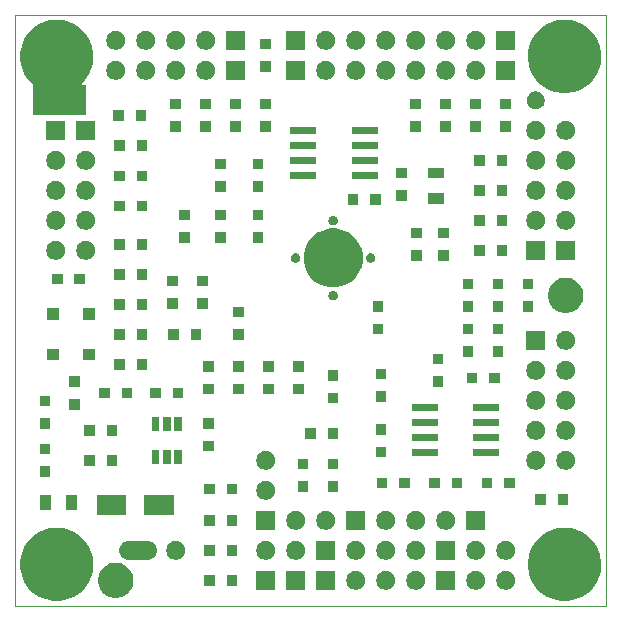
<source format=gbs>
%TF.GenerationSoftware,KiCad,Pcbnew,(5.1.0)-1*%
%TF.CreationDate,2019-04-02T22:12:56+01:00*%
%TF.ProjectId,uDSP-1.1,75445350-2d31-42e3-912e-6b696361645f,1.1*%
%TF.SameCoordinates,PX660b0c0PY81b3200*%
%TF.FileFunction,Soldermask,Bot*%
%TF.FilePolarity,Negative*%
%FSLAX46Y46*%
G04 Gerber Fmt 4.6, Leading zero omitted, Abs format (unit mm)*
G04 Created by KiCad (PCBNEW (5.1.0)-1) date 2019-04-02 22:12:56*
%MOMM*%
%LPD*%
G04 APERTURE LIST*
%ADD10C,0.100000*%
%ADD11C,0.150000*%
G04 APERTURE END LIST*
D10*
X0Y50000000D02*
X0Y0D01*
X50000000Y50000000D02*
X0Y50000000D01*
X50000000Y0D02*
X50000000Y50000000D01*
X0Y0D02*
X50000000Y0D01*
D11*
G36*
X47104780Y6540435D02*
G01*
X47404237Y6480869D01*
X47968401Y6247185D01*
X48476135Y5907928D01*
X48907928Y5476135D01*
X49247185Y4968401D01*
X49480869Y4404237D01*
X49539082Y4111578D01*
X49600000Y3805325D01*
X49600000Y3194675D01*
X49549342Y2940000D01*
X49480869Y2595763D01*
X49247185Y2031599D01*
X48907928Y1523865D01*
X48476135Y1092072D01*
X47968401Y752815D01*
X47404237Y519131D01*
X47104780Y459566D01*
X46805325Y400000D01*
X46194675Y400000D01*
X45895220Y459566D01*
X45595763Y519131D01*
X45031599Y752815D01*
X44523865Y1092072D01*
X44092072Y1523865D01*
X43752815Y2031599D01*
X43519131Y2595763D01*
X43450658Y2940000D01*
X43400000Y3194675D01*
X43400000Y3805325D01*
X43460918Y4111578D01*
X43519131Y4404237D01*
X43752815Y4968401D01*
X44092072Y5476135D01*
X44523865Y5907928D01*
X45031599Y6247185D01*
X45595763Y6480869D01*
X45895220Y6540435D01*
X46194675Y6600000D01*
X46805325Y6600000D01*
X47104780Y6540435D01*
X47104780Y6540435D01*
G37*
G36*
X4104780Y6540435D02*
G01*
X4404237Y6480869D01*
X4968401Y6247185D01*
X5476135Y5907928D01*
X5907928Y5476135D01*
X6247185Y4968401D01*
X6480869Y4404237D01*
X6539082Y4111578D01*
X6600000Y3805325D01*
X6600000Y3194675D01*
X6549342Y2940000D01*
X6480869Y2595763D01*
X6247185Y2031599D01*
X5907928Y1523865D01*
X5476135Y1092072D01*
X4968401Y752815D01*
X4404237Y519131D01*
X4104780Y459566D01*
X3805325Y400000D01*
X3194675Y400000D01*
X2895220Y459566D01*
X2595763Y519131D01*
X2031599Y752815D01*
X1523865Y1092072D01*
X1092072Y1523865D01*
X752815Y2031599D01*
X519131Y2595763D01*
X450658Y2940000D01*
X400000Y3194675D01*
X400000Y3805325D01*
X460918Y4111578D01*
X519131Y4404237D01*
X752815Y4968401D01*
X1092072Y5476135D01*
X1523865Y5907928D01*
X2031599Y6247185D01*
X2595763Y6480869D01*
X2895220Y6540435D01*
X3194675Y6600000D01*
X3805325Y6600000D01*
X4104780Y6540435D01*
X4104780Y6540435D01*
G37*
G36*
X8927534Y3582357D02*
G01*
X9200515Y3469284D01*
X9200517Y3469283D01*
X9324190Y3386647D01*
X9446193Y3305127D01*
X9655127Y3096193D01*
X9819284Y2850515D01*
X9932357Y2577534D01*
X9990000Y2287738D01*
X9990000Y1992262D01*
X9932357Y1702466D01*
X9856196Y1518599D01*
X9819283Y1429483D01*
X9655126Y1183806D01*
X9446194Y974874D01*
X9200517Y810717D01*
X9200516Y810716D01*
X9200515Y810716D01*
X8927534Y697643D01*
X8637738Y640000D01*
X8342262Y640000D01*
X8052466Y697643D01*
X7779485Y810716D01*
X7779484Y810716D01*
X7779483Y810717D01*
X7533806Y974874D01*
X7324874Y1183806D01*
X7160717Y1429483D01*
X7123804Y1518599D01*
X7047643Y1702466D01*
X6990000Y1992262D01*
X6990000Y2287738D01*
X7047643Y2577534D01*
X7160716Y2850515D01*
X7324873Y3096193D01*
X7533807Y3305127D01*
X7655810Y3386647D01*
X7779483Y3469283D01*
X7779485Y3469284D01*
X8052466Y3582357D01*
X8342262Y3640000D01*
X8637738Y3640000D01*
X8927534Y3582357D01*
X8927534Y3582357D01*
G37*
G36*
X37230000Y1340000D02*
G01*
X35630000Y1340000D01*
X35630000Y2940000D01*
X37230000Y2940000D01*
X37230000Y1340000D01*
X37230000Y1340000D01*
G37*
G36*
X24530000Y1340000D02*
G01*
X22930000Y1340000D01*
X22930000Y2940000D01*
X24530000Y2940000D01*
X24530000Y1340000D01*
X24530000Y1340000D01*
G37*
G36*
X21990000Y1340000D02*
G01*
X20390000Y1340000D01*
X20390000Y2940000D01*
X21990000Y2940000D01*
X21990000Y1340000D01*
X21990000Y1340000D01*
G37*
G36*
X34123351Y2909257D02*
G01*
X34268941Y2848952D01*
X34399970Y2761401D01*
X34511401Y2649970D01*
X34598952Y2518941D01*
X34659257Y2373351D01*
X34690000Y2218794D01*
X34690000Y2061206D01*
X34659257Y1906649D01*
X34598952Y1761059D01*
X34511401Y1630030D01*
X34399970Y1518599D01*
X34268941Y1431048D01*
X34123351Y1370743D01*
X33968794Y1340000D01*
X33811206Y1340000D01*
X33656649Y1370743D01*
X33511059Y1431048D01*
X33380030Y1518599D01*
X33268599Y1630030D01*
X33181048Y1761059D01*
X33120743Y1906649D01*
X33090000Y2061206D01*
X33090000Y2218794D01*
X33120743Y2373351D01*
X33181048Y2518941D01*
X33268599Y2649970D01*
X33380030Y2761401D01*
X33511059Y2848952D01*
X33656649Y2909257D01*
X33811206Y2940000D01*
X33968794Y2940000D01*
X34123351Y2909257D01*
X34123351Y2909257D01*
G37*
G36*
X31583351Y2909257D02*
G01*
X31728941Y2848952D01*
X31859970Y2761401D01*
X31971401Y2649970D01*
X32058952Y2518941D01*
X32119257Y2373351D01*
X32150000Y2218794D01*
X32150000Y2061206D01*
X32119257Y1906649D01*
X32058952Y1761059D01*
X31971401Y1630030D01*
X31859970Y1518599D01*
X31728941Y1431048D01*
X31583351Y1370743D01*
X31428794Y1340000D01*
X31271206Y1340000D01*
X31116649Y1370743D01*
X30971059Y1431048D01*
X30840030Y1518599D01*
X30728599Y1630030D01*
X30641048Y1761059D01*
X30580743Y1906649D01*
X30550000Y2061206D01*
X30550000Y2218794D01*
X30580743Y2373351D01*
X30641048Y2518941D01*
X30728599Y2649970D01*
X30840030Y2761401D01*
X30971059Y2848952D01*
X31116649Y2909257D01*
X31271206Y2940000D01*
X31428794Y2940000D01*
X31583351Y2909257D01*
X31583351Y2909257D01*
G37*
G36*
X29043351Y2909257D02*
G01*
X29188941Y2848952D01*
X29319970Y2761401D01*
X29431401Y2649970D01*
X29518952Y2518941D01*
X29579257Y2373351D01*
X29610000Y2218794D01*
X29610000Y2061206D01*
X29579257Y1906649D01*
X29518952Y1761059D01*
X29431401Y1630030D01*
X29319970Y1518599D01*
X29188941Y1431048D01*
X29043351Y1370743D01*
X28888794Y1340000D01*
X28731206Y1340000D01*
X28576649Y1370743D01*
X28431059Y1431048D01*
X28300030Y1518599D01*
X28188599Y1630030D01*
X28101048Y1761059D01*
X28040743Y1906649D01*
X28010000Y2061206D01*
X28010000Y2218794D01*
X28040743Y2373351D01*
X28101048Y2518941D01*
X28188599Y2649970D01*
X28300030Y2761401D01*
X28431059Y2848952D01*
X28576649Y2909257D01*
X28731206Y2940000D01*
X28888794Y2940000D01*
X29043351Y2909257D01*
X29043351Y2909257D01*
G37*
G36*
X27070000Y1340000D02*
G01*
X25470000Y1340000D01*
X25470000Y2940000D01*
X27070000Y2940000D01*
X27070000Y1340000D01*
X27070000Y1340000D01*
G37*
G36*
X39203351Y2909257D02*
G01*
X39348941Y2848952D01*
X39479970Y2761401D01*
X39591401Y2649970D01*
X39678952Y2518941D01*
X39739257Y2373351D01*
X39770000Y2218794D01*
X39770000Y2061206D01*
X39739257Y1906649D01*
X39678952Y1761059D01*
X39591401Y1630030D01*
X39479970Y1518599D01*
X39348941Y1431048D01*
X39203351Y1370743D01*
X39048794Y1340000D01*
X38891206Y1340000D01*
X38736649Y1370743D01*
X38591059Y1431048D01*
X38460030Y1518599D01*
X38348599Y1630030D01*
X38261048Y1761059D01*
X38200743Y1906649D01*
X38170000Y2061206D01*
X38170000Y2218794D01*
X38200743Y2373351D01*
X38261048Y2518941D01*
X38348599Y2649970D01*
X38460030Y2761401D01*
X38591059Y2848952D01*
X38736649Y2909257D01*
X38891206Y2940000D01*
X39048794Y2940000D01*
X39203351Y2909257D01*
X39203351Y2909257D01*
G37*
G36*
X41743351Y2909257D02*
G01*
X41888941Y2848952D01*
X42019970Y2761401D01*
X42131401Y2649970D01*
X42218952Y2518941D01*
X42279257Y2373351D01*
X42310000Y2218794D01*
X42310000Y2061206D01*
X42279257Y1906649D01*
X42218952Y1761059D01*
X42131401Y1630030D01*
X42019970Y1518599D01*
X41888941Y1431048D01*
X41743351Y1370743D01*
X41588794Y1340000D01*
X41431206Y1340000D01*
X41276649Y1370743D01*
X41131059Y1431048D01*
X41000030Y1518599D01*
X40888599Y1630030D01*
X40801048Y1761059D01*
X40740743Y1906649D01*
X40710000Y2061206D01*
X40710000Y2218794D01*
X40740743Y2373351D01*
X40801048Y2518941D01*
X40888599Y2649970D01*
X41000030Y2761401D01*
X41131059Y2848952D01*
X41276649Y2909257D01*
X41431206Y2940000D01*
X41588794Y2940000D01*
X41743351Y2909257D01*
X41743351Y2909257D01*
G37*
G36*
X16880000Y1690000D02*
G01*
X15980000Y1690000D01*
X15980000Y2590000D01*
X16880000Y2590000D01*
X16880000Y1690000D01*
X16880000Y1690000D01*
G37*
G36*
X18780000Y1690000D02*
G01*
X17880000Y1690000D01*
X17880000Y2590000D01*
X18780000Y2590000D01*
X18780000Y1690000D01*
X18780000Y1690000D01*
G37*
G36*
X37230000Y3880000D02*
G01*
X35630000Y3880000D01*
X35630000Y5480000D01*
X37230000Y5480000D01*
X37230000Y3880000D01*
X37230000Y3880000D01*
G37*
G36*
X23963351Y5449257D02*
G01*
X24108941Y5388952D01*
X24239970Y5301401D01*
X24351401Y5189970D01*
X24438952Y5058941D01*
X24499257Y4913351D01*
X24530000Y4758794D01*
X24530000Y4601206D01*
X24499257Y4446649D01*
X24438952Y4301059D01*
X24351401Y4170030D01*
X24239970Y4058599D01*
X24108941Y3971048D01*
X23963351Y3910743D01*
X23808794Y3880000D01*
X23651206Y3880000D01*
X23496649Y3910743D01*
X23351059Y3971048D01*
X23220030Y4058599D01*
X23108599Y4170030D01*
X23021048Y4301059D01*
X22960743Y4446649D01*
X22930000Y4601206D01*
X22930000Y4758794D01*
X22960743Y4913351D01*
X23021048Y5058941D01*
X23108599Y5189970D01*
X23220030Y5301401D01*
X23351059Y5388952D01*
X23496649Y5449257D01*
X23651206Y5480000D01*
X23808794Y5480000D01*
X23963351Y5449257D01*
X23963351Y5449257D01*
G37*
G36*
X11273471Y5476141D02*
G01*
X11351827Y5468424D01*
X11502628Y5422679D01*
X11502630Y5422678D01*
X11641605Y5348394D01*
X11641607Y5348393D01*
X11641606Y5348393D01*
X11763422Y5248422D01*
X11863393Y5126606D01*
X11937679Y4987628D01*
X11983424Y4836827D01*
X11998870Y4680000D01*
X11983424Y4523173D01*
X11937679Y4372372D01*
X11937678Y4372370D01*
X11863394Y4233395D01*
X11763422Y4111578D01*
X11641605Y4011606D01*
X11502630Y3937322D01*
X11502628Y3937321D01*
X11351827Y3891576D01*
X11273471Y3883859D01*
X11234294Y3880000D01*
X9555706Y3880000D01*
X9516529Y3883859D01*
X9438173Y3891576D01*
X9287372Y3937321D01*
X9287370Y3937322D01*
X9148395Y4011606D01*
X9026578Y4111578D01*
X8926606Y4233395D01*
X8852322Y4372370D01*
X8852321Y4372372D01*
X8806576Y4523173D01*
X8791130Y4680000D01*
X8806576Y4836827D01*
X8852321Y4987628D01*
X8926607Y5126606D01*
X9026578Y5248422D01*
X9148394Y5348393D01*
X9148393Y5348393D01*
X9148395Y5348394D01*
X9287370Y5422678D01*
X9287372Y5422679D01*
X9438173Y5468424D01*
X9516529Y5476141D01*
X9555706Y5480000D01*
X11234294Y5480000D01*
X11273471Y5476141D01*
X11273471Y5476141D01*
G37*
G36*
X13803351Y5449257D02*
G01*
X13948941Y5388952D01*
X14079970Y5301401D01*
X14191401Y5189970D01*
X14278952Y5058941D01*
X14339257Y4913351D01*
X14370000Y4758794D01*
X14370000Y4601206D01*
X14339257Y4446649D01*
X14278952Y4301059D01*
X14191401Y4170030D01*
X14079970Y4058599D01*
X13948941Y3971048D01*
X13803351Y3910743D01*
X13648794Y3880000D01*
X13491206Y3880000D01*
X13336649Y3910743D01*
X13191059Y3971048D01*
X13060030Y4058599D01*
X12948599Y4170030D01*
X12861048Y4301059D01*
X12800743Y4446649D01*
X12770000Y4601206D01*
X12770000Y4758794D01*
X12800743Y4913351D01*
X12861048Y5058941D01*
X12948599Y5189970D01*
X13060030Y5301401D01*
X13191059Y5388952D01*
X13336649Y5449257D01*
X13491206Y5480000D01*
X13648794Y5480000D01*
X13803351Y5449257D01*
X13803351Y5449257D01*
G37*
G36*
X41743351Y5449257D02*
G01*
X41888941Y5388952D01*
X42019970Y5301401D01*
X42131401Y5189970D01*
X42218952Y5058941D01*
X42279257Y4913351D01*
X42310000Y4758794D01*
X42310000Y4601206D01*
X42279257Y4446649D01*
X42218952Y4301059D01*
X42131401Y4170030D01*
X42019970Y4058599D01*
X41888941Y3971048D01*
X41743351Y3910743D01*
X41588794Y3880000D01*
X41431206Y3880000D01*
X41276649Y3910743D01*
X41131059Y3971048D01*
X41000030Y4058599D01*
X40888599Y4170030D01*
X40801048Y4301059D01*
X40740743Y4446649D01*
X40710000Y4601206D01*
X40710000Y4758794D01*
X40740743Y4913351D01*
X40801048Y5058941D01*
X40888599Y5189970D01*
X41000030Y5301401D01*
X41131059Y5388952D01*
X41276649Y5449257D01*
X41431206Y5480000D01*
X41588794Y5480000D01*
X41743351Y5449257D01*
X41743351Y5449257D01*
G37*
G36*
X39203351Y5449257D02*
G01*
X39348941Y5388952D01*
X39479970Y5301401D01*
X39591401Y5189970D01*
X39678952Y5058941D01*
X39739257Y4913351D01*
X39770000Y4758794D01*
X39770000Y4601206D01*
X39739257Y4446649D01*
X39678952Y4301059D01*
X39591401Y4170030D01*
X39479970Y4058599D01*
X39348941Y3971048D01*
X39203351Y3910743D01*
X39048794Y3880000D01*
X38891206Y3880000D01*
X38736649Y3910743D01*
X38591059Y3971048D01*
X38460030Y4058599D01*
X38348599Y4170030D01*
X38261048Y4301059D01*
X38200743Y4446649D01*
X38170000Y4601206D01*
X38170000Y4758794D01*
X38200743Y4913351D01*
X38261048Y5058941D01*
X38348599Y5189970D01*
X38460030Y5301401D01*
X38591059Y5388952D01*
X38736649Y5449257D01*
X38891206Y5480000D01*
X39048794Y5480000D01*
X39203351Y5449257D01*
X39203351Y5449257D01*
G37*
G36*
X31583351Y5449257D02*
G01*
X31728941Y5388952D01*
X31859970Y5301401D01*
X31971401Y5189970D01*
X32058952Y5058941D01*
X32119257Y4913351D01*
X32150000Y4758794D01*
X32150000Y4601206D01*
X32119257Y4446649D01*
X32058952Y4301059D01*
X31971401Y4170030D01*
X31859970Y4058599D01*
X31728941Y3971048D01*
X31583351Y3910743D01*
X31428794Y3880000D01*
X31271206Y3880000D01*
X31116649Y3910743D01*
X30971059Y3971048D01*
X30840030Y4058599D01*
X30728599Y4170030D01*
X30641048Y4301059D01*
X30580743Y4446649D01*
X30550000Y4601206D01*
X30550000Y4758794D01*
X30580743Y4913351D01*
X30641048Y5058941D01*
X30728599Y5189970D01*
X30840030Y5301401D01*
X30971059Y5388952D01*
X31116649Y5449257D01*
X31271206Y5480000D01*
X31428794Y5480000D01*
X31583351Y5449257D01*
X31583351Y5449257D01*
G37*
G36*
X21423351Y5449257D02*
G01*
X21568941Y5388952D01*
X21699970Y5301401D01*
X21811401Y5189970D01*
X21898952Y5058941D01*
X21959257Y4913351D01*
X21990000Y4758794D01*
X21990000Y4601206D01*
X21959257Y4446649D01*
X21898952Y4301059D01*
X21811401Y4170030D01*
X21699970Y4058599D01*
X21568941Y3971048D01*
X21423351Y3910743D01*
X21268794Y3880000D01*
X21111206Y3880000D01*
X20956649Y3910743D01*
X20811059Y3971048D01*
X20680030Y4058599D01*
X20568599Y4170030D01*
X20481048Y4301059D01*
X20420743Y4446649D01*
X20390000Y4601206D01*
X20390000Y4758794D01*
X20420743Y4913351D01*
X20481048Y5058941D01*
X20568599Y5189970D01*
X20680030Y5301401D01*
X20811059Y5388952D01*
X20956649Y5449257D01*
X21111206Y5480000D01*
X21268794Y5480000D01*
X21423351Y5449257D01*
X21423351Y5449257D01*
G37*
G36*
X29043351Y5449257D02*
G01*
X29188941Y5388952D01*
X29319970Y5301401D01*
X29431401Y5189970D01*
X29518952Y5058941D01*
X29579257Y4913351D01*
X29610000Y4758794D01*
X29610000Y4601206D01*
X29579257Y4446649D01*
X29518952Y4301059D01*
X29431401Y4170030D01*
X29319970Y4058599D01*
X29188941Y3971048D01*
X29043351Y3910743D01*
X28888794Y3880000D01*
X28731206Y3880000D01*
X28576649Y3910743D01*
X28431059Y3971048D01*
X28300030Y4058599D01*
X28188599Y4170030D01*
X28101048Y4301059D01*
X28040743Y4446649D01*
X28010000Y4601206D01*
X28010000Y4758794D01*
X28040743Y4913351D01*
X28101048Y5058941D01*
X28188599Y5189970D01*
X28300030Y5301401D01*
X28431059Y5388952D01*
X28576649Y5449257D01*
X28731206Y5480000D01*
X28888794Y5480000D01*
X29043351Y5449257D01*
X29043351Y5449257D01*
G37*
G36*
X27070000Y3880000D02*
G01*
X25470000Y3880000D01*
X25470000Y5480000D01*
X27070000Y5480000D01*
X27070000Y3880000D01*
X27070000Y3880000D01*
G37*
G36*
X34123351Y5449257D02*
G01*
X34268941Y5388952D01*
X34399970Y5301401D01*
X34511401Y5189970D01*
X34598952Y5058941D01*
X34659257Y4913351D01*
X34690000Y4758794D01*
X34690000Y4601206D01*
X34659257Y4446649D01*
X34598952Y4301059D01*
X34511401Y4170030D01*
X34399970Y4058599D01*
X34268941Y3971048D01*
X34123351Y3910743D01*
X33968794Y3880000D01*
X33811206Y3880000D01*
X33656649Y3910743D01*
X33511059Y3971048D01*
X33380030Y4058599D01*
X33268599Y4170030D01*
X33181048Y4301059D01*
X33120743Y4446649D01*
X33090000Y4601206D01*
X33090000Y4758794D01*
X33120743Y4913351D01*
X33181048Y5058941D01*
X33268599Y5189970D01*
X33380030Y5301401D01*
X33511059Y5388952D01*
X33656649Y5449257D01*
X33811206Y5480000D01*
X33968794Y5480000D01*
X34123351Y5449257D01*
X34123351Y5449257D01*
G37*
G36*
X16880000Y4230000D02*
G01*
X15980000Y4230000D01*
X15980000Y5130000D01*
X16880000Y5130000D01*
X16880000Y4230000D01*
X16880000Y4230000D01*
G37*
G36*
X18780000Y4230000D02*
G01*
X17880000Y4230000D01*
X17880000Y5130000D01*
X18780000Y5130000D01*
X18780000Y4230000D01*
X18780000Y4230000D01*
G37*
G36*
X36663351Y7989257D02*
G01*
X36808941Y7928952D01*
X36939970Y7841401D01*
X37051401Y7729970D01*
X37138952Y7598941D01*
X37199257Y7453351D01*
X37230000Y7298794D01*
X37230000Y7141206D01*
X37199257Y6986649D01*
X37138952Y6841059D01*
X37051401Y6710030D01*
X36939970Y6598599D01*
X36808941Y6511048D01*
X36663351Y6450743D01*
X36508794Y6420000D01*
X36351206Y6420000D01*
X36196649Y6450743D01*
X36051059Y6511048D01*
X35920030Y6598599D01*
X35808599Y6710030D01*
X35721048Y6841059D01*
X35660743Y6986649D01*
X35630000Y7141206D01*
X35630000Y7298794D01*
X35660743Y7453351D01*
X35721048Y7598941D01*
X35808599Y7729970D01*
X35920030Y7841401D01*
X36051059Y7928952D01*
X36196649Y7989257D01*
X36351206Y8020000D01*
X36508794Y8020000D01*
X36663351Y7989257D01*
X36663351Y7989257D01*
G37*
G36*
X21990000Y6420000D02*
G01*
X20390000Y6420000D01*
X20390000Y8020000D01*
X21990000Y8020000D01*
X21990000Y6420000D01*
X21990000Y6420000D01*
G37*
G36*
X39770000Y6420000D02*
G01*
X38170000Y6420000D01*
X38170000Y8020000D01*
X39770000Y8020000D01*
X39770000Y6420000D01*
X39770000Y6420000D01*
G37*
G36*
X31583351Y7989257D02*
G01*
X31728941Y7928952D01*
X31859970Y7841401D01*
X31971401Y7729970D01*
X32058952Y7598941D01*
X32119257Y7453351D01*
X32150000Y7298794D01*
X32150000Y7141206D01*
X32119257Y6986649D01*
X32058952Y6841059D01*
X31971401Y6710030D01*
X31859970Y6598599D01*
X31728941Y6511048D01*
X31583351Y6450743D01*
X31428794Y6420000D01*
X31271206Y6420000D01*
X31116649Y6450743D01*
X30971059Y6511048D01*
X30840030Y6598599D01*
X30728599Y6710030D01*
X30641048Y6841059D01*
X30580743Y6986649D01*
X30550000Y7141206D01*
X30550000Y7298794D01*
X30580743Y7453351D01*
X30641048Y7598941D01*
X30728599Y7729970D01*
X30840030Y7841401D01*
X30971059Y7928952D01*
X31116649Y7989257D01*
X31271206Y8020000D01*
X31428794Y8020000D01*
X31583351Y7989257D01*
X31583351Y7989257D01*
G37*
G36*
X34123351Y7989257D02*
G01*
X34268941Y7928952D01*
X34399970Y7841401D01*
X34511401Y7729970D01*
X34598952Y7598941D01*
X34659257Y7453351D01*
X34690000Y7298794D01*
X34690000Y7141206D01*
X34659257Y6986649D01*
X34598952Y6841059D01*
X34511401Y6710030D01*
X34399970Y6598599D01*
X34268941Y6511048D01*
X34123351Y6450743D01*
X33968794Y6420000D01*
X33811206Y6420000D01*
X33656649Y6450743D01*
X33511059Y6511048D01*
X33380030Y6598599D01*
X33268599Y6710030D01*
X33181048Y6841059D01*
X33120743Y6986649D01*
X33090000Y7141206D01*
X33090000Y7298794D01*
X33120743Y7453351D01*
X33181048Y7598941D01*
X33268599Y7729970D01*
X33380030Y7841401D01*
X33511059Y7928952D01*
X33656649Y7989257D01*
X33811206Y8020000D01*
X33968794Y8020000D01*
X34123351Y7989257D01*
X34123351Y7989257D01*
G37*
G36*
X26503351Y7989257D02*
G01*
X26648941Y7928952D01*
X26779970Y7841401D01*
X26891401Y7729970D01*
X26978952Y7598941D01*
X27039257Y7453351D01*
X27070000Y7298794D01*
X27070000Y7141206D01*
X27039257Y6986649D01*
X26978952Y6841059D01*
X26891401Y6710030D01*
X26779970Y6598599D01*
X26648941Y6511048D01*
X26503351Y6450743D01*
X26348794Y6420000D01*
X26191206Y6420000D01*
X26036649Y6450743D01*
X25891059Y6511048D01*
X25760030Y6598599D01*
X25648599Y6710030D01*
X25561048Y6841059D01*
X25500743Y6986649D01*
X25470000Y7141206D01*
X25470000Y7298794D01*
X25500743Y7453351D01*
X25561048Y7598941D01*
X25648599Y7729970D01*
X25760030Y7841401D01*
X25891059Y7928952D01*
X26036649Y7989257D01*
X26191206Y8020000D01*
X26348794Y8020000D01*
X26503351Y7989257D01*
X26503351Y7989257D01*
G37*
G36*
X29610000Y6420000D02*
G01*
X28010000Y6420000D01*
X28010000Y8020000D01*
X29610000Y8020000D01*
X29610000Y6420000D01*
X29610000Y6420000D01*
G37*
G36*
X23963351Y7989257D02*
G01*
X24108941Y7928952D01*
X24239970Y7841401D01*
X24351401Y7729970D01*
X24438952Y7598941D01*
X24499257Y7453351D01*
X24530000Y7298794D01*
X24530000Y7141206D01*
X24499257Y6986649D01*
X24438952Y6841059D01*
X24351401Y6710030D01*
X24239970Y6598599D01*
X24108941Y6511048D01*
X23963351Y6450743D01*
X23808794Y6420000D01*
X23651206Y6420000D01*
X23496649Y6450743D01*
X23351059Y6511048D01*
X23220030Y6598599D01*
X23108599Y6710030D01*
X23021048Y6841059D01*
X22960743Y6986649D01*
X22930000Y7141206D01*
X22930000Y7298794D01*
X22960743Y7453351D01*
X23021048Y7598941D01*
X23108599Y7729970D01*
X23220030Y7841401D01*
X23351059Y7928952D01*
X23496649Y7989257D01*
X23651206Y8020000D01*
X23808794Y8020000D01*
X23963351Y7989257D01*
X23963351Y7989257D01*
G37*
G36*
X18780000Y6770000D02*
G01*
X17880000Y6770000D01*
X17880000Y7670000D01*
X18780000Y7670000D01*
X18780000Y6770000D01*
X18780000Y6770000D01*
G37*
G36*
X16880000Y6770000D02*
G01*
X15980000Y6770000D01*
X15980000Y7670000D01*
X16880000Y7670000D01*
X16880000Y6770000D01*
X16880000Y6770000D01*
G37*
G36*
X9391000Y7640000D02*
G01*
X6891000Y7640000D01*
X6891000Y9340000D01*
X9391000Y9340000D01*
X9391000Y7640000D01*
X9391000Y7640000D01*
G37*
G36*
X13391000Y7640000D02*
G01*
X10891000Y7640000D01*
X10891000Y9340000D01*
X13391000Y9340000D01*
X13391000Y7640000D01*
X13391000Y7640000D01*
G37*
G36*
X3014000Y8094000D02*
G01*
X2114000Y8094000D01*
X2114000Y9394000D01*
X3014000Y9394000D01*
X3014000Y8094000D01*
X3014000Y8094000D01*
G37*
G36*
X5214000Y8094000D02*
G01*
X4314000Y8094000D01*
X4314000Y9394000D01*
X5214000Y9394000D01*
X5214000Y8094000D01*
X5214000Y8094000D01*
G37*
G36*
X46800000Y8550000D02*
G01*
X45900000Y8550000D01*
X45900000Y9450000D01*
X46800000Y9450000D01*
X46800000Y8550000D01*
X46800000Y8550000D01*
G37*
G36*
X44900000Y8550000D02*
G01*
X44000000Y8550000D01*
X44000000Y9450000D01*
X44900000Y9450000D01*
X44900000Y8550000D01*
X44900000Y8550000D01*
G37*
G36*
X21423351Y10529257D02*
G01*
X21568941Y10468952D01*
X21699970Y10381401D01*
X21811401Y10269970D01*
X21898952Y10138941D01*
X21959257Y9993351D01*
X21990000Y9838794D01*
X21990000Y9681206D01*
X21959257Y9526649D01*
X21898952Y9381059D01*
X21811401Y9250030D01*
X21699970Y9138599D01*
X21568941Y9051048D01*
X21423351Y8990743D01*
X21268794Y8960000D01*
X21111206Y8960000D01*
X20956649Y8990743D01*
X20811059Y9051048D01*
X20680030Y9138599D01*
X20568599Y9250030D01*
X20481048Y9381059D01*
X20420743Y9526649D01*
X20390000Y9681206D01*
X20390000Y9838794D01*
X20420743Y9993351D01*
X20481048Y10138941D01*
X20568599Y10269970D01*
X20680030Y10381401D01*
X20811059Y10468952D01*
X20956649Y10529257D01*
X21111206Y10560000D01*
X21268794Y10560000D01*
X21423351Y10529257D01*
X21423351Y10529257D01*
G37*
G36*
X16880000Y9437000D02*
G01*
X15980000Y9437000D01*
X15980000Y10337000D01*
X16880000Y10337000D01*
X16880000Y9437000D01*
X16880000Y9437000D01*
G37*
G36*
X18780000Y9437000D02*
G01*
X17880000Y9437000D01*
X17880000Y10337000D01*
X18780000Y10337000D01*
X18780000Y9437000D01*
X18780000Y9437000D01*
G37*
G36*
X24815000Y9630000D02*
G01*
X23915000Y9630000D01*
X23915000Y10530000D01*
X24815000Y10530000D01*
X24815000Y9630000D01*
X24815000Y9630000D01*
G37*
G36*
X27355000Y9630000D02*
G01*
X26455000Y9630000D01*
X26455000Y10530000D01*
X27355000Y10530000D01*
X27355000Y9630000D01*
X27355000Y9630000D01*
G37*
G36*
X31485000Y9945000D02*
G01*
X30585000Y9945000D01*
X30585000Y10845000D01*
X31485000Y10845000D01*
X31485000Y9945000D01*
X31485000Y9945000D01*
G37*
G36*
X37830000Y9945000D02*
G01*
X36930000Y9945000D01*
X36930000Y10845000D01*
X37830000Y10845000D01*
X37830000Y9945000D01*
X37830000Y9945000D01*
G37*
G36*
X35930000Y9945000D02*
G01*
X35030000Y9945000D01*
X35030000Y10845000D01*
X35930000Y10845000D01*
X35930000Y9945000D01*
X35930000Y9945000D01*
G37*
G36*
X40375000Y9945000D02*
G01*
X39475000Y9945000D01*
X39475000Y10845000D01*
X40375000Y10845000D01*
X40375000Y9945000D01*
X40375000Y9945000D01*
G37*
G36*
X42275000Y9945000D02*
G01*
X41375000Y9945000D01*
X41375000Y10845000D01*
X42275000Y10845000D01*
X42275000Y9945000D01*
X42275000Y9945000D01*
G37*
G36*
X33385000Y9945000D02*
G01*
X32485000Y9945000D01*
X32485000Y10845000D01*
X33385000Y10845000D01*
X33385000Y9945000D01*
X33385000Y9945000D01*
G37*
G36*
X2971000Y10900000D02*
G01*
X2071000Y10900000D01*
X2071000Y11800000D01*
X2971000Y11800000D01*
X2971000Y10900000D01*
X2971000Y10900000D01*
G37*
G36*
X46823351Y13069257D02*
G01*
X46968941Y13008952D01*
X47099970Y12921401D01*
X47211401Y12809970D01*
X47298952Y12678941D01*
X47359257Y12533351D01*
X47390000Y12378794D01*
X47390000Y12221206D01*
X47359257Y12066649D01*
X47298952Y11921059D01*
X47211401Y11790030D01*
X47099970Y11678599D01*
X46968941Y11591048D01*
X46823351Y11530743D01*
X46668794Y11500000D01*
X46511206Y11500000D01*
X46356649Y11530743D01*
X46211059Y11591048D01*
X46080030Y11678599D01*
X45968599Y11790030D01*
X45881048Y11921059D01*
X45820743Y12066649D01*
X45790000Y12221206D01*
X45790000Y12378794D01*
X45820743Y12533351D01*
X45881048Y12678941D01*
X45968599Y12809970D01*
X46080030Y12921401D01*
X46211059Y13008952D01*
X46356649Y13069257D01*
X46511206Y13100000D01*
X46668794Y13100000D01*
X46823351Y13069257D01*
X46823351Y13069257D01*
G37*
G36*
X21423351Y13069257D02*
G01*
X21568941Y13008952D01*
X21699970Y12921401D01*
X21811401Y12809970D01*
X21898952Y12678941D01*
X21959257Y12533351D01*
X21990000Y12378794D01*
X21990000Y12221206D01*
X21959257Y12066649D01*
X21898952Y11921059D01*
X21811401Y11790030D01*
X21699970Y11678599D01*
X21568941Y11591048D01*
X21423351Y11530743D01*
X21268794Y11500000D01*
X21111206Y11500000D01*
X20956649Y11530743D01*
X20811059Y11591048D01*
X20680030Y11678599D01*
X20568599Y11790030D01*
X20481048Y11921059D01*
X20420743Y12066649D01*
X20390000Y12221206D01*
X20390000Y12378794D01*
X20420743Y12533351D01*
X20481048Y12678941D01*
X20568599Y12809970D01*
X20680030Y12921401D01*
X20811059Y13008952D01*
X20956649Y13069257D01*
X21111206Y13100000D01*
X21268794Y13100000D01*
X21423351Y13069257D01*
X21423351Y13069257D01*
G37*
G36*
X44283351Y13069257D02*
G01*
X44428941Y13008952D01*
X44559970Y12921401D01*
X44671401Y12809970D01*
X44758952Y12678941D01*
X44819257Y12533351D01*
X44850000Y12378794D01*
X44850000Y12221206D01*
X44819257Y12066649D01*
X44758952Y11921059D01*
X44671401Y11790030D01*
X44559970Y11678599D01*
X44428941Y11591048D01*
X44283351Y11530743D01*
X44128794Y11500000D01*
X43971206Y11500000D01*
X43816649Y11530743D01*
X43671059Y11591048D01*
X43540030Y11678599D01*
X43428599Y11790030D01*
X43341048Y11921059D01*
X43280743Y12066649D01*
X43250000Y12221206D01*
X43250000Y12378794D01*
X43280743Y12533351D01*
X43341048Y12678941D01*
X43428599Y12809970D01*
X43540030Y12921401D01*
X43671059Y13008952D01*
X43816649Y13069257D01*
X43971206Y13100000D01*
X44128794Y13100000D01*
X44283351Y13069257D01*
X44283351Y13069257D01*
G37*
G36*
X24815000Y11530000D02*
G01*
X23915000Y11530000D01*
X23915000Y12430000D01*
X24815000Y12430000D01*
X24815000Y11530000D01*
X24815000Y11530000D01*
G37*
G36*
X27355000Y11530000D02*
G01*
X26455000Y11530000D01*
X26455000Y12430000D01*
X27355000Y12430000D01*
X27355000Y11530000D01*
X27355000Y11530000D01*
G37*
G36*
X6720000Y11850000D02*
G01*
X5820000Y11850000D01*
X5820000Y12750000D01*
X6720000Y12750000D01*
X6720000Y11850000D01*
X6720000Y11850000D01*
G37*
G36*
X8620000Y11850000D02*
G01*
X7720000Y11850000D01*
X7720000Y12750000D01*
X8620000Y12750000D01*
X8620000Y11850000D01*
X8620000Y11850000D01*
G37*
G36*
X13133000Y11951000D02*
G01*
X12483000Y11951000D01*
X12483000Y13151000D01*
X13133000Y13151000D01*
X13133000Y11951000D01*
X13133000Y11951000D01*
G37*
G36*
X12183000Y11951000D02*
G01*
X11533000Y11951000D01*
X11533000Y13151000D01*
X12183000Y13151000D01*
X12183000Y11951000D01*
X12183000Y11951000D01*
G37*
G36*
X14083000Y11951000D02*
G01*
X13433000Y11951000D01*
X13433000Y13151000D01*
X14083000Y13151000D01*
X14083000Y11951000D01*
X14083000Y11951000D01*
G37*
G36*
X31419000Y12551000D02*
G01*
X30519000Y12551000D01*
X30519000Y13451000D01*
X31419000Y13451000D01*
X31419000Y12551000D01*
X31419000Y12551000D01*
G37*
G36*
X40959000Y12635000D02*
G01*
X38759000Y12635000D01*
X38759000Y13235000D01*
X40959000Y13235000D01*
X40959000Y12635000D01*
X40959000Y12635000D01*
G37*
G36*
X35759000Y12635000D02*
G01*
X33559000Y12635000D01*
X33559000Y13235000D01*
X35759000Y13235000D01*
X35759000Y12635000D01*
X35759000Y12635000D01*
G37*
G36*
X2971000Y12800000D02*
G01*
X2071000Y12800000D01*
X2071000Y13700000D01*
X2971000Y13700000D01*
X2971000Y12800000D01*
X2971000Y12800000D01*
G37*
G36*
X16814000Y13059000D02*
G01*
X15914000Y13059000D01*
X15914000Y13959000D01*
X16814000Y13959000D01*
X16814000Y13059000D01*
X16814000Y13059000D01*
G37*
G36*
X35759000Y13905000D02*
G01*
X33559000Y13905000D01*
X33559000Y14505000D01*
X35759000Y14505000D01*
X35759000Y13905000D01*
X35759000Y13905000D01*
G37*
G36*
X40959000Y13905000D02*
G01*
X38759000Y13905000D01*
X38759000Y14505000D01*
X40959000Y14505000D01*
X40959000Y13905000D01*
X40959000Y13905000D01*
G37*
G36*
X46823351Y15609257D02*
G01*
X46968941Y15548952D01*
X47099970Y15461401D01*
X47211401Y15349970D01*
X47298952Y15218941D01*
X47359257Y15073351D01*
X47390000Y14918794D01*
X47390000Y14761206D01*
X47359257Y14606649D01*
X47298952Y14461059D01*
X47211401Y14330030D01*
X47099970Y14218599D01*
X46968941Y14131048D01*
X46823351Y14070743D01*
X46668794Y14040000D01*
X46511206Y14040000D01*
X46356649Y14070743D01*
X46211059Y14131048D01*
X46080030Y14218599D01*
X45968599Y14330030D01*
X45881048Y14461059D01*
X45820743Y14606649D01*
X45790000Y14761206D01*
X45790000Y14918794D01*
X45820743Y15073351D01*
X45881048Y15218941D01*
X45968599Y15349970D01*
X46080030Y15461401D01*
X46211059Y15548952D01*
X46356649Y15609257D01*
X46511206Y15640000D01*
X46668794Y15640000D01*
X46823351Y15609257D01*
X46823351Y15609257D01*
G37*
G36*
X44283351Y15609257D02*
G01*
X44428941Y15548952D01*
X44559970Y15461401D01*
X44671401Y15349970D01*
X44758952Y15218941D01*
X44819257Y15073351D01*
X44850000Y14918794D01*
X44850000Y14761206D01*
X44819257Y14606649D01*
X44758952Y14461059D01*
X44671401Y14330030D01*
X44559970Y14218599D01*
X44428941Y14131048D01*
X44283351Y14070743D01*
X44128794Y14040000D01*
X43971206Y14040000D01*
X43816649Y14070743D01*
X43671059Y14131048D01*
X43540030Y14218599D01*
X43428599Y14330030D01*
X43341048Y14461059D01*
X43280743Y14606649D01*
X43250000Y14761206D01*
X43250000Y14918794D01*
X43280743Y15073351D01*
X43341048Y15218941D01*
X43428599Y15349970D01*
X43540030Y15461401D01*
X43671059Y15548952D01*
X43816649Y15609257D01*
X43971206Y15640000D01*
X44128794Y15640000D01*
X44283351Y15609257D01*
X44283351Y15609257D01*
G37*
G36*
X25455000Y14136000D02*
G01*
X24555000Y14136000D01*
X24555000Y15036000D01*
X25455000Y15036000D01*
X25455000Y14136000D01*
X25455000Y14136000D01*
G37*
G36*
X27355000Y14136000D02*
G01*
X26455000Y14136000D01*
X26455000Y15036000D01*
X27355000Y15036000D01*
X27355000Y14136000D01*
X27355000Y14136000D01*
G37*
G36*
X8620000Y14390000D02*
G01*
X7720000Y14390000D01*
X7720000Y15290000D01*
X8620000Y15290000D01*
X8620000Y14390000D01*
X8620000Y14390000D01*
G37*
G36*
X6720000Y14390000D02*
G01*
X5820000Y14390000D01*
X5820000Y15290000D01*
X6720000Y15290000D01*
X6720000Y14390000D01*
X6720000Y14390000D01*
G37*
G36*
X31419000Y14451000D02*
G01*
X30519000Y14451000D01*
X30519000Y15351000D01*
X31419000Y15351000D01*
X31419000Y14451000D01*
X31419000Y14451000D01*
G37*
G36*
X14083000Y14751000D02*
G01*
X13433000Y14751000D01*
X13433000Y15951000D01*
X14083000Y15951000D01*
X14083000Y14751000D01*
X14083000Y14751000D01*
G37*
G36*
X12183000Y14751000D02*
G01*
X11533000Y14751000D01*
X11533000Y15951000D01*
X12183000Y15951000D01*
X12183000Y14751000D01*
X12183000Y14751000D01*
G37*
G36*
X13133000Y14751000D02*
G01*
X12483000Y14751000D01*
X12483000Y15951000D01*
X13133000Y15951000D01*
X13133000Y14751000D01*
X13133000Y14751000D01*
G37*
G36*
X16814000Y14959000D02*
G01*
X15914000Y14959000D01*
X15914000Y15859000D01*
X16814000Y15859000D01*
X16814000Y14959000D01*
X16814000Y14959000D01*
G37*
G36*
X2971000Y14964000D02*
G01*
X2071000Y14964000D01*
X2071000Y15864000D01*
X2971000Y15864000D01*
X2971000Y14964000D01*
X2971000Y14964000D01*
G37*
G36*
X35759000Y15175000D02*
G01*
X33559000Y15175000D01*
X33559000Y15775000D01*
X35759000Y15775000D01*
X35759000Y15175000D01*
X35759000Y15175000D01*
G37*
G36*
X40959000Y15175000D02*
G01*
X38759000Y15175000D01*
X38759000Y15775000D01*
X40959000Y15775000D01*
X40959000Y15175000D01*
X40959000Y15175000D01*
G37*
G36*
X40959000Y16445000D02*
G01*
X38759000Y16445000D01*
X38759000Y17045000D01*
X40959000Y17045000D01*
X40959000Y16445000D01*
X40959000Y16445000D01*
G37*
G36*
X35759000Y16445000D02*
G01*
X33559000Y16445000D01*
X33559000Y17045000D01*
X35759000Y17045000D01*
X35759000Y16445000D01*
X35759000Y16445000D01*
G37*
G36*
X46823351Y18149257D02*
G01*
X46968941Y18088952D01*
X47099970Y18001401D01*
X47211401Y17889970D01*
X47298952Y17758941D01*
X47359257Y17613351D01*
X47390000Y17458794D01*
X47390000Y17301206D01*
X47359257Y17146649D01*
X47298952Y17001059D01*
X47211401Y16870030D01*
X47099970Y16758599D01*
X46968941Y16671048D01*
X46823351Y16610743D01*
X46668794Y16580000D01*
X46511206Y16580000D01*
X46356649Y16610743D01*
X46211059Y16671048D01*
X46080030Y16758599D01*
X45968599Y16870030D01*
X45881048Y17001059D01*
X45820743Y17146649D01*
X45790000Y17301206D01*
X45790000Y17458794D01*
X45820743Y17613351D01*
X45881048Y17758941D01*
X45968599Y17889970D01*
X46080030Y18001401D01*
X46211059Y18088952D01*
X46356649Y18149257D01*
X46511206Y18180000D01*
X46668794Y18180000D01*
X46823351Y18149257D01*
X46823351Y18149257D01*
G37*
G36*
X44283351Y18149257D02*
G01*
X44428941Y18088952D01*
X44559970Y18001401D01*
X44671401Y17889970D01*
X44758952Y17758941D01*
X44819257Y17613351D01*
X44850000Y17458794D01*
X44850000Y17301206D01*
X44819257Y17146649D01*
X44758952Y17001059D01*
X44671401Y16870030D01*
X44559970Y16758599D01*
X44428941Y16671048D01*
X44283351Y16610743D01*
X44128794Y16580000D01*
X43971206Y16580000D01*
X43816649Y16610743D01*
X43671059Y16671048D01*
X43540030Y16758599D01*
X43428599Y16870030D01*
X43341048Y17001059D01*
X43280743Y17146649D01*
X43250000Y17301206D01*
X43250000Y17458794D01*
X43280743Y17613351D01*
X43341048Y17758941D01*
X43428599Y17889970D01*
X43540030Y18001401D01*
X43671059Y18088952D01*
X43816649Y18149257D01*
X43971206Y18180000D01*
X44128794Y18180000D01*
X44283351Y18149257D01*
X44283351Y18149257D01*
G37*
G36*
X5450000Y16600000D02*
G01*
X4550000Y16600000D01*
X4550000Y17500000D01*
X5450000Y17500000D01*
X5450000Y16600000D01*
X5450000Y16600000D01*
G37*
G36*
X2971000Y16864000D02*
G01*
X2071000Y16864000D01*
X2071000Y17764000D01*
X2971000Y17764000D01*
X2971000Y16864000D01*
X2971000Y16864000D01*
G37*
G36*
X27355000Y17123000D02*
G01*
X26455000Y17123000D01*
X26455000Y18023000D01*
X27355000Y18023000D01*
X27355000Y17123000D01*
X27355000Y17123000D01*
G37*
G36*
X31419000Y17250000D02*
G01*
X30519000Y17250000D01*
X30519000Y18150000D01*
X31419000Y18150000D01*
X31419000Y17250000D01*
X31419000Y17250000D01*
G37*
G36*
X8000000Y17550000D02*
G01*
X7100000Y17550000D01*
X7100000Y18450000D01*
X8000000Y18450000D01*
X8000000Y17550000D01*
X8000000Y17550000D01*
G37*
G36*
X9900000Y17550000D02*
G01*
X9000000Y17550000D01*
X9000000Y18450000D01*
X9900000Y18450000D01*
X9900000Y17550000D01*
X9900000Y17550000D01*
G37*
G36*
X12308000Y17565000D02*
G01*
X11408000Y17565000D01*
X11408000Y18465000D01*
X12308000Y18465000D01*
X12308000Y17565000D01*
X12308000Y17565000D01*
G37*
G36*
X14208000Y17565000D02*
G01*
X13308000Y17565000D01*
X13308000Y18465000D01*
X14208000Y18465000D01*
X14208000Y17565000D01*
X14208000Y17565000D01*
G37*
G36*
X19354000Y17885000D02*
G01*
X18454000Y17885000D01*
X18454000Y18785000D01*
X19354000Y18785000D01*
X19354000Y17885000D01*
X19354000Y17885000D01*
G37*
G36*
X16814000Y17885000D02*
G01*
X15914000Y17885000D01*
X15914000Y18785000D01*
X16814000Y18785000D01*
X16814000Y17885000D01*
X16814000Y17885000D01*
G37*
G36*
X24434000Y17885000D02*
G01*
X23534000Y17885000D01*
X23534000Y18785000D01*
X24434000Y18785000D01*
X24434000Y17885000D01*
X24434000Y17885000D01*
G37*
G36*
X21894000Y17885000D02*
G01*
X20994000Y17885000D01*
X20994000Y18785000D01*
X21894000Y18785000D01*
X21894000Y17885000D01*
X21894000Y17885000D01*
G37*
G36*
X5450000Y18500000D02*
G01*
X4550000Y18500000D01*
X4550000Y19400000D01*
X5450000Y19400000D01*
X5450000Y18500000D01*
X5450000Y18500000D01*
G37*
G36*
X36245000Y18520000D02*
G01*
X35345000Y18520000D01*
X35345000Y19420000D01*
X36245000Y19420000D01*
X36245000Y18520000D01*
X36245000Y18520000D01*
G37*
G36*
X41005000Y18835000D02*
G01*
X40105000Y18835000D01*
X40105000Y19735000D01*
X41005000Y19735000D01*
X41005000Y18835000D01*
X41005000Y18835000D01*
G37*
G36*
X39105000Y18835000D02*
G01*
X38205000Y18835000D01*
X38205000Y19735000D01*
X39105000Y19735000D01*
X39105000Y18835000D01*
X39105000Y18835000D01*
G37*
G36*
X27355000Y19023000D02*
G01*
X26455000Y19023000D01*
X26455000Y19923000D01*
X27355000Y19923000D01*
X27355000Y19023000D01*
X27355000Y19023000D01*
G37*
G36*
X46823351Y20689257D02*
G01*
X46968941Y20628952D01*
X47099970Y20541401D01*
X47211401Y20429970D01*
X47298952Y20298941D01*
X47359257Y20153351D01*
X47390000Y19998794D01*
X47390000Y19841206D01*
X47359257Y19686649D01*
X47298952Y19541059D01*
X47211401Y19410030D01*
X47099970Y19298599D01*
X46968941Y19211048D01*
X46823351Y19150743D01*
X46668794Y19120000D01*
X46511206Y19120000D01*
X46356649Y19150743D01*
X46211059Y19211048D01*
X46080030Y19298599D01*
X45968599Y19410030D01*
X45881048Y19541059D01*
X45820743Y19686649D01*
X45790000Y19841206D01*
X45790000Y19998794D01*
X45820743Y20153351D01*
X45881048Y20298941D01*
X45968599Y20429970D01*
X46080030Y20541401D01*
X46211059Y20628952D01*
X46356649Y20689257D01*
X46511206Y20720000D01*
X46668794Y20720000D01*
X46823351Y20689257D01*
X46823351Y20689257D01*
G37*
G36*
X44283351Y20689257D02*
G01*
X44428941Y20628952D01*
X44559970Y20541401D01*
X44671401Y20429970D01*
X44758952Y20298941D01*
X44819257Y20153351D01*
X44850000Y19998794D01*
X44850000Y19841206D01*
X44819257Y19686649D01*
X44758952Y19541059D01*
X44671401Y19410030D01*
X44559970Y19298599D01*
X44428941Y19211048D01*
X44283351Y19150743D01*
X44128794Y19120000D01*
X43971206Y19120000D01*
X43816649Y19150743D01*
X43671059Y19211048D01*
X43540030Y19298599D01*
X43428599Y19410030D01*
X43341048Y19541059D01*
X43280743Y19686649D01*
X43250000Y19841206D01*
X43250000Y19998794D01*
X43280743Y20153351D01*
X43341048Y20298941D01*
X43428599Y20429970D01*
X43540030Y20541401D01*
X43671059Y20628952D01*
X43816649Y20689257D01*
X43971206Y20720000D01*
X44128794Y20720000D01*
X44283351Y20689257D01*
X44283351Y20689257D01*
G37*
G36*
X31419000Y19150000D02*
G01*
X30519000Y19150000D01*
X30519000Y20050000D01*
X31419000Y20050000D01*
X31419000Y19150000D01*
X31419000Y19150000D01*
G37*
G36*
X16814000Y19785000D02*
G01*
X15914000Y19785000D01*
X15914000Y20685000D01*
X16814000Y20685000D01*
X16814000Y19785000D01*
X16814000Y19785000D01*
G37*
G36*
X19354000Y19785000D02*
G01*
X18454000Y19785000D01*
X18454000Y20685000D01*
X19354000Y20685000D01*
X19354000Y19785000D01*
X19354000Y19785000D01*
G37*
G36*
X21894000Y19785000D02*
G01*
X20994000Y19785000D01*
X20994000Y20685000D01*
X21894000Y20685000D01*
X21894000Y19785000D01*
X21894000Y19785000D01*
G37*
G36*
X24434000Y19785000D02*
G01*
X23534000Y19785000D01*
X23534000Y20685000D01*
X24434000Y20685000D01*
X24434000Y19785000D01*
X24434000Y19785000D01*
G37*
G36*
X9260000Y19978000D02*
G01*
X8360000Y19978000D01*
X8360000Y20878000D01*
X9260000Y20878000D01*
X9260000Y19978000D01*
X9260000Y19978000D01*
G37*
G36*
X11160000Y19978000D02*
G01*
X10260000Y19978000D01*
X10260000Y20878000D01*
X11160000Y20878000D01*
X11160000Y19978000D01*
X11160000Y19978000D01*
G37*
G36*
X36245000Y20420000D02*
G01*
X35345000Y20420000D01*
X35345000Y21320000D01*
X36245000Y21320000D01*
X36245000Y20420000D01*
X36245000Y20420000D01*
G37*
G36*
X6704000Y20768000D02*
G01*
X5704000Y20768000D01*
X5704000Y21768000D01*
X6704000Y21768000D01*
X6704000Y20768000D01*
X6704000Y20768000D01*
G37*
G36*
X3656000Y20768000D02*
G01*
X2656000Y20768000D01*
X2656000Y21768000D01*
X3656000Y21768000D01*
X3656000Y20768000D01*
X3656000Y20768000D01*
G37*
G36*
X41325000Y21060000D02*
G01*
X40425000Y21060000D01*
X40425000Y21960000D01*
X41325000Y21960000D01*
X41325000Y21060000D01*
X41325000Y21060000D01*
G37*
G36*
X38785000Y21060000D02*
G01*
X37885000Y21060000D01*
X37885000Y21960000D01*
X38785000Y21960000D01*
X38785000Y21060000D01*
X38785000Y21060000D01*
G37*
G36*
X44850000Y21660000D02*
G01*
X43250000Y21660000D01*
X43250000Y23260000D01*
X44850000Y23260000D01*
X44850000Y21660000D01*
X44850000Y21660000D01*
G37*
G36*
X46823351Y23229257D02*
G01*
X46968941Y23168952D01*
X47099970Y23081401D01*
X47211401Y22969970D01*
X47298952Y22838941D01*
X47359257Y22693351D01*
X47390000Y22538794D01*
X47390000Y22381206D01*
X47359257Y22226649D01*
X47298952Y22081059D01*
X47211401Y21950030D01*
X47099970Y21838599D01*
X46968941Y21751048D01*
X46823351Y21690743D01*
X46668794Y21660000D01*
X46511206Y21660000D01*
X46356649Y21690743D01*
X46211059Y21751048D01*
X46080030Y21838599D01*
X45968599Y21950030D01*
X45881048Y22081059D01*
X45820743Y22226649D01*
X45790000Y22381206D01*
X45790000Y22538794D01*
X45820743Y22693351D01*
X45881048Y22838941D01*
X45968599Y22969970D01*
X46080030Y23081401D01*
X46211059Y23168952D01*
X46356649Y23229257D01*
X46511206Y23260000D01*
X46668794Y23260000D01*
X46823351Y23229257D01*
X46823351Y23229257D01*
G37*
G36*
X19354000Y22518000D02*
G01*
X18454000Y22518000D01*
X18454000Y23418000D01*
X19354000Y23418000D01*
X19354000Y22518000D01*
X19354000Y22518000D01*
G37*
G36*
X9260000Y22518000D02*
G01*
X8360000Y22518000D01*
X8360000Y23418000D01*
X9260000Y23418000D01*
X9260000Y22518000D01*
X9260000Y22518000D01*
G37*
G36*
X11160000Y22518000D02*
G01*
X10260000Y22518000D01*
X10260000Y23418000D01*
X11160000Y23418000D01*
X11160000Y22518000D01*
X11160000Y22518000D01*
G37*
G36*
X13832000Y22518000D02*
G01*
X12932000Y22518000D01*
X12932000Y23418000D01*
X13832000Y23418000D01*
X13832000Y22518000D01*
X13832000Y22518000D01*
G37*
G36*
X15732000Y22518000D02*
G01*
X14832000Y22518000D01*
X14832000Y23418000D01*
X15732000Y23418000D01*
X15732000Y22518000D01*
X15732000Y22518000D01*
G37*
G36*
X41325000Y22960000D02*
G01*
X40425000Y22960000D01*
X40425000Y23860000D01*
X41325000Y23860000D01*
X41325000Y22960000D01*
X41325000Y22960000D01*
G37*
G36*
X38785000Y22960000D02*
G01*
X37885000Y22960000D01*
X37885000Y23860000D01*
X38785000Y23860000D01*
X38785000Y22960000D01*
X38785000Y22960000D01*
G37*
G36*
X31165000Y22965000D02*
G01*
X30265000Y22965000D01*
X30265000Y23865000D01*
X31165000Y23865000D01*
X31165000Y22965000D01*
X31165000Y22965000D01*
G37*
G36*
X6704000Y24168000D02*
G01*
X5704000Y24168000D01*
X5704000Y25168000D01*
X6704000Y25168000D01*
X6704000Y24168000D01*
X6704000Y24168000D01*
G37*
G36*
X3656000Y24168000D02*
G01*
X2656000Y24168000D01*
X2656000Y25168000D01*
X3656000Y25168000D01*
X3656000Y24168000D01*
X3656000Y24168000D01*
G37*
G36*
X19354000Y24418000D02*
G01*
X18454000Y24418000D01*
X18454000Y25318000D01*
X19354000Y25318000D01*
X19354000Y24418000D01*
X19354000Y24418000D01*
G37*
G36*
X47027534Y27712357D02*
G01*
X47300515Y27599284D01*
X47300517Y27599283D01*
X47302437Y27598000D01*
X47546193Y27435127D01*
X47755127Y27226193D01*
X47919284Y26980515D01*
X48032357Y26707534D01*
X48090000Y26417738D01*
X48090000Y26122262D01*
X48032357Y25832466D01*
X47919284Y25559485D01*
X47755127Y25313807D01*
X47546193Y25104873D01*
X47424190Y25023353D01*
X47300517Y24940717D01*
X47300516Y24940716D01*
X47300515Y24940716D01*
X47027534Y24827643D01*
X46737738Y24770000D01*
X46442262Y24770000D01*
X46152466Y24827643D01*
X45879485Y24940716D01*
X45879484Y24940716D01*
X45879483Y24940717D01*
X45755810Y25023353D01*
X45633807Y25104873D01*
X45424873Y25313807D01*
X45260716Y25559485D01*
X45147643Y25832466D01*
X45090000Y26122262D01*
X45090000Y26417738D01*
X45147643Y26707534D01*
X45260716Y26980515D01*
X45424873Y27226193D01*
X45633807Y27435127D01*
X45877563Y27598000D01*
X45879483Y27599283D01*
X45879485Y27599284D01*
X46152466Y27712357D01*
X46442262Y27770000D01*
X46737738Y27770000D01*
X47027534Y27712357D01*
X47027534Y27712357D01*
G37*
G36*
X31165000Y24865000D02*
G01*
X30265000Y24865000D01*
X30265000Y25765000D01*
X31165000Y25765000D01*
X31165000Y24865000D01*
X31165000Y24865000D01*
G37*
G36*
X41325000Y24870000D02*
G01*
X40425000Y24870000D01*
X40425000Y25770000D01*
X41325000Y25770000D01*
X41325000Y24870000D01*
X41325000Y24870000D01*
G37*
G36*
X43865000Y24870000D02*
G01*
X42965000Y24870000D01*
X42965000Y25770000D01*
X43865000Y25770000D01*
X43865000Y24870000D01*
X43865000Y24870000D01*
G37*
G36*
X38785000Y24870000D02*
G01*
X37885000Y24870000D01*
X37885000Y25770000D01*
X38785000Y25770000D01*
X38785000Y24870000D01*
X38785000Y24870000D01*
G37*
G36*
X9260000Y25058000D02*
G01*
X8360000Y25058000D01*
X8360000Y25958000D01*
X9260000Y25958000D01*
X9260000Y25058000D01*
X9260000Y25058000D01*
G37*
G36*
X11160000Y25058000D02*
G01*
X10260000Y25058000D01*
X10260000Y25958000D01*
X11160000Y25958000D01*
X11160000Y25058000D01*
X11160000Y25058000D01*
G37*
G36*
X13766000Y25124000D02*
G01*
X12866000Y25124000D01*
X12866000Y26024000D01*
X13766000Y26024000D01*
X13766000Y25124000D01*
X13766000Y25124000D01*
G37*
G36*
X16306000Y25124000D02*
G01*
X15406000Y25124000D01*
X15406000Y26024000D01*
X16306000Y26024000D01*
X16306000Y25124000D01*
X16306000Y25124000D01*
G37*
G36*
X27021676Y26640666D02*
G01*
X27053424Y26627516D01*
X27094468Y26610515D01*
X27094471Y26610513D01*
X27159985Y26566738D01*
X27215700Y26511023D01*
X27215701Y26511021D01*
X27259477Y26445506D01*
X27270978Y26417738D01*
X27289628Y26372714D01*
X27305000Y26295435D01*
X27305000Y26216641D01*
X27289628Y26139362D01*
X27282545Y26122263D01*
X27259477Y26066570D01*
X27259475Y26066567D01*
X27215700Y26001053D01*
X27159985Y25945338D01*
X27094471Y25901563D01*
X27094468Y25901561D01*
X27053424Y25884560D01*
X27021676Y25871410D01*
X26944397Y25856038D01*
X26865603Y25856038D01*
X26788324Y25871410D01*
X26756576Y25884560D01*
X26715532Y25901561D01*
X26715529Y25901563D01*
X26650015Y25945338D01*
X26594300Y26001053D01*
X26550525Y26066567D01*
X26550523Y26066570D01*
X26527455Y26122263D01*
X26520372Y26139362D01*
X26505000Y26216641D01*
X26505000Y26295435D01*
X26520372Y26372714D01*
X26539022Y26417738D01*
X26550523Y26445506D01*
X26594299Y26511021D01*
X26594300Y26511023D01*
X26650015Y26566738D01*
X26715529Y26610513D01*
X26715532Y26610515D01*
X26756576Y26627516D01*
X26788324Y26640666D01*
X26865603Y26656038D01*
X26944397Y26656038D01*
X27021676Y26640666D01*
X27021676Y26640666D01*
G37*
G36*
X38785000Y26770000D02*
G01*
X37885000Y26770000D01*
X37885000Y27670000D01*
X38785000Y27670000D01*
X38785000Y26770000D01*
X38785000Y26770000D01*
G37*
G36*
X41325000Y26770000D02*
G01*
X40425000Y26770000D01*
X40425000Y27670000D01*
X41325000Y27670000D01*
X41325000Y26770000D01*
X41325000Y26770000D01*
G37*
G36*
X43865000Y26770000D02*
G01*
X42965000Y26770000D01*
X42965000Y27670000D01*
X43865000Y27670000D01*
X43865000Y26770000D01*
X43865000Y26770000D01*
G37*
G36*
X27634222Y31841946D02*
G01*
X28089192Y31653491D01*
X28089194Y31653490D01*
X28151288Y31612000D01*
X28498656Y31379896D01*
X28846877Y31031675D01*
X29120472Y30622211D01*
X29308927Y30167241D01*
X29405000Y29684249D01*
X29405000Y29191789D01*
X29308927Y28708797D01*
X29120472Y28253827D01*
X28846877Y27844363D01*
X28498656Y27496142D01*
X28407339Y27435126D01*
X28089194Y27222548D01*
X28089193Y27222547D01*
X28089192Y27222547D01*
X27634222Y27034092D01*
X27151230Y26938019D01*
X26658770Y26938019D01*
X26175778Y27034092D01*
X25720808Y27222547D01*
X25720807Y27222547D01*
X25720806Y27222548D01*
X25402661Y27435126D01*
X25311344Y27496142D01*
X24963123Y27844363D01*
X24689528Y28253827D01*
X24501073Y28708797D01*
X24405000Y29191789D01*
X24405000Y29684249D01*
X24501073Y30167241D01*
X24689528Y30622211D01*
X24963123Y31031675D01*
X25311344Y31379896D01*
X25658712Y31612000D01*
X25720806Y31653490D01*
X25720808Y31653491D01*
X26175778Y31841946D01*
X26658770Y31938019D01*
X27151230Y31938019D01*
X27634222Y31841946D01*
X27634222Y31841946D01*
G37*
G36*
X16306000Y27024000D02*
G01*
X15406000Y27024000D01*
X15406000Y27924000D01*
X16306000Y27924000D01*
X16306000Y27024000D01*
X16306000Y27024000D01*
G37*
G36*
X13766000Y27024000D02*
G01*
X12866000Y27024000D01*
X12866000Y27924000D01*
X13766000Y27924000D01*
X13766000Y27024000D01*
X13766000Y27024000D01*
G37*
G36*
X4000000Y27217000D02*
G01*
X3100000Y27217000D01*
X3100000Y28117000D01*
X4000000Y28117000D01*
X4000000Y27217000D01*
X4000000Y27217000D01*
G37*
G36*
X5900000Y27217000D02*
G01*
X5000000Y27217000D01*
X5000000Y28117000D01*
X5900000Y28117000D01*
X5900000Y27217000D01*
X5900000Y27217000D01*
G37*
G36*
X11160000Y27598000D02*
G01*
X10260000Y27598000D01*
X10260000Y28498000D01*
X11160000Y28498000D01*
X11160000Y27598000D01*
X11160000Y27598000D01*
G37*
G36*
X9260000Y27598000D02*
G01*
X8360000Y27598000D01*
X8360000Y28498000D01*
X9260000Y28498000D01*
X9260000Y27598000D01*
X9260000Y27598000D01*
G37*
G36*
X23839695Y29822647D02*
G01*
X23871443Y29809497D01*
X23912487Y29792496D01*
X23912490Y29792494D01*
X23978004Y29748719D01*
X24033719Y29693004D01*
X24033720Y29693002D01*
X24077496Y29627487D01*
X24094497Y29586443D01*
X24107647Y29554695D01*
X24123019Y29477416D01*
X24123019Y29398622D01*
X24107647Y29321343D01*
X24103256Y29310743D01*
X24077496Y29248551D01*
X24077494Y29248548D01*
X24033719Y29183034D01*
X23978004Y29127319D01*
X23912490Y29083544D01*
X23912487Y29083542D01*
X23871443Y29066541D01*
X23839695Y29053391D01*
X23762416Y29038019D01*
X23683622Y29038019D01*
X23606343Y29053391D01*
X23574595Y29066541D01*
X23533551Y29083542D01*
X23533548Y29083544D01*
X23468034Y29127319D01*
X23412319Y29183034D01*
X23368544Y29248548D01*
X23368542Y29248551D01*
X23342782Y29310743D01*
X23338391Y29321343D01*
X23323019Y29398622D01*
X23323019Y29477416D01*
X23338391Y29554695D01*
X23351541Y29586443D01*
X23368542Y29627487D01*
X23412318Y29693002D01*
X23412319Y29693004D01*
X23468034Y29748719D01*
X23533548Y29792494D01*
X23533551Y29792496D01*
X23574595Y29809497D01*
X23606343Y29822647D01*
X23683622Y29838019D01*
X23762416Y29838019D01*
X23839695Y29822647D01*
X23839695Y29822647D01*
G37*
G36*
X30203657Y29822647D02*
G01*
X30235405Y29809497D01*
X30276449Y29792496D01*
X30276452Y29792494D01*
X30341966Y29748719D01*
X30397681Y29693004D01*
X30397682Y29693002D01*
X30441458Y29627487D01*
X30458459Y29586443D01*
X30471609Y29554695D01*
X30486981Y29477416D01*
X30486981Y29398622D01*
X30471609Y29321343D01*
X30467218Y29310743D01*
X30441458Y29248551D01*
X30441456Y29248548D01*
X30397681Y29183034D01*
X30341966Y29127319D01*
X30276452Y29083544D01*
X30276449Y29083542D01*
X30235405Y29066541D01*
X30203657Y29053391D01*
X30126378Y29038019D01*
X30047584Y29038019D01*
X29970305Y29053391D01*
X29938557Y29066541D01*
X29897513Y29083542D01*
X29897510Y29083544D01*
X29831996Y29127319D01*
X29776281Y29183034D01*
X29732506Y29248548D01*
X29732504Y29248551D01*
X29706744Y29310743D01*
X29702353Y29321343D01*
X29686981Y29398622D01*
X29686981Y29477416D01*
X29702353Y29554695D01*
X29715503Y29586443D01*
X29732504Y29627487D01*
X29776280Y29693002D01*
X29776281Y29693004D01*
X29831996Y29748719D01*
X29897510Y29792494D01*
X29897513Y29792496D01*
X29938557Y29809497D01*
X29970305Y29822647D01*
X30047584Y29838019D01*
X30126378Y29838019D01*
X30203657Y29822647D01*
X30203657Y29822647D01*
G37*
G36*
X34420000Y29190000D02*
G01*
X33520000Y29190000D01*
X33520000Y30090000D01*
X34420000Y30090000D01*
X34420000Y29190000D01*
X34420000Y29190000D01*
G37*
G36*
X36706000Y29190000D02*
G01*
X35806000Y29190000D01*
X35806000Y30090000D01*
X36706000Y30090000D01*
X36706000Y29190000D01*
X36706000Y29190000D01*
G37*
G36*
X3643351Y30849257D02*
G01*
X3788941Y30788952D01*
X3919970Y30701401D01*
X4031401Y30589970D01*
X4118952Y30458941D01*
X4179257Y30313351D01*
X4210000Y30158794D01*
X4210000Y30001206D01*
X4179257Y29846649D01*
X4118952Y29701059D01*
X4031401Y29570030D01*
X3919970Y29458599D01*
X3788941Y29371048D01*
X3643351Y29310743D01*
X3488794Y29280000D01*
X3331206Y29280000D01*
X3176649Y29310743D01*
X3031059Y29371048D01*
X2900030Y29458599D01*
X2788599Y29570030D01*
X2701048Y29701059D01*
X2640743Y29846649D01*
X2610000Y30001206D01*
X2610000Y30158794D01*
X2640743Y30313351D01*
X2701048Y30458941D01*
X2788599Y30589970D01*
X2900030Y30701401D01*
X3031059Y30788952D01*
X3176649Y30849257D01*
X3331206Y30880000D01*
X3488794Y30880000D01*
X3643351Y30849257D01*
X3643351Y30849257D01*
G37*
G36*
X6183351Y30849257D02*
G01*
X6328941Y30788952D01*
X6459970Y30701401D01*
X6571401Y30589970D01*
X6658952Y30458941D01*
X6719257Y30313351D01*
X6750000Y30158794D01*
X6750000Y30001206D01*
X6719257Y29846649D01*
X6658952Y29701059D01*
X6571401Y29570030D01*
X6459970Y29458599D01*
X6328941Y29371048D01*
X6183351Y29310743D01*
X6028794Y29280000D01*
X5871206Y29280000D01*
X5716649Y29310743D01*
X5571059Y29371048D01*
X5440030Y29458599D01*
X5328599Y29570030D01*
X5241048Y29701059D01*
X5180743Y29846649D01*
X5150000Y30001206D01*
X5150000Y30158794D01*
X5180743Y30313351D01*
X5241048Y30458941D01*
X5328599Y30589970D01*
X5440030Y30701401D01*
X5571059Y30788952D01*
X5716649Y30849257D01*
X5871206Y30880000D01*
X6028794Y30880000D01*
X6183351Y30849257D01*
X6183351Y30849257D01*
G37*
G36*
X44850000Y29280000D02*
G01*
X43250000Y29280000D01*
X43250000Y30880000D01*
X44850000Y30880000D01*
X44850000Y29280000D01*
X44850000Y29280000D01*
G37*
G36*
X47390000Y29280000D02*
G01*
X45790000Y29280000D01*
X45790000Y30880000D01*
X47390000Y30880000D01*
X47390000Y29280000D01*
X47390000Y29280000D01*
G37*
G36*
X41640000Y29630000D02*
G01*
X40740000Y29630000D01*
X40740000Y30530000D01*
X41640000Y30530000D01*
X41640000Y29630000D01*
X41640000Y29630000D01*
G37*
G36*
X39740000Y29630000D02*
G01*
X38840000Y29630000D01*
X38840000Y30530000D01*
X39740000Y30530000D01*
X39740000Y29630000D01*
X39740000Y29630000D01*
G37*
G36*
X9260000Y30138000D02*
G01*
X8360000Y30138000D01*
X8360000Y31038000D01*
X9260000Y31038000D01*
X9260000Y30138000D01*
X9260000Y30138000D01*
G37*
G36*
X11160000Y30138000D02*
G01*
X10260000Y30138000D01*
X10260000Y31038000D01*
X11160000Y31038000D01*
X11160000Y30138000D01*
X11160000Y30138000D01*
G37*
G36*
X14782000Y30712000D02*
G01*
X13882000Y30712000D01*
X13882000Y31612000D01*
X14782000Y31612000D01*
X14782000Y30712000D01*
X14782000Y30712000D01*
G37*
G36*
X21005000Y30712000D02*
G01*
X20105000Y30712000D01*
X20105000Y31612000D01*
X21005000Y31612000D01*
X21005000Y30712000D01*
X21005000Y30712000D01*
G37*
G36*
X17830000Y30712000D02*
G01*
X16930000Y30712000D01*
X16930000Y31612000D01*
X17830000Y31612000D01*
X17830000Y30712000D01*
X17830000Y30712000D01*
G37*
G36*
X34420000Y31090000D02*
G01*
X33520000Y31090000D01*
X33520000Y31990000D01*
X34420000Y31990000D01*
X34420000Y31090000D01*
X34420000Y31090000D01*
G37*
G36*
X36706000Y31090000D02*
G01*
X35806000Y31090000D01*
X35806000Y31990000D01*
X36706000Y31990000D01*
X36706000Y31090000D01*
X36706000Y31090000D01*
G37*
G36*
X3643351Y33389257D02*
G01*
X3788941Y33328952D01*
X3919970Y33241401D01*
X4031401Y33129970D01*
X4118952Y32998941D01*
X4179257Y32853351D01*
X4210000Y32698794D01*
X4210000Y32541206D01*
X4179257Y32386649D01*
X4118952Y32241059D01*
X4031401Y32110030D01*
X3919970Y31998599D01*
X3788941Y31911048D01*
X3643351Y31850743D01*
X3488794Y31820000D01*
X3331206Y31820000D01*
X3176649Y31850743D01*
X3031059Y31911048D01*
X2900030Y31998599D01*
X2788599Y32110030D01*
X2701048Y32241059D01*
X2640743Y32386649D01*
X2610000Y32541206D01*
X2610000Y32698794D01*
X2640743Y32853351D01*
X2701048Y32998941D01*
X2788599Y33129970D01*
X2900030Y33241401D01*
X3031059Y33328952D01*
X3176649Y33389257D01*
X3331206Y33420000D01*
X3488794Y33420000D01*
X3643351Y33389257D01*
X3643351Y33389257D01*
G37*
G36*
X46823351Y33389257D02*
G01*
X46968941Y33328952D01*
X47099970Y33241401D01*
X47211401Y33129970D01*
X47298952Y32998941D01*
X47359257Y32853351D01*
X47390000Y32698794D01*
X47390000Y32541206D01*
X47359257Y32386649D01*
X47298952Y32241059D01*
X47211401Y32110030D01*
X47099970Y31998599D01*
X46968941Y31911048D01*
X46823351Y31850743D01*
X46668794Y31820000D01*
X46511206Y31820000D01*
X46356649Y31850743D01*
X46211059Y31911048D01*
X46080030Y31998599D01*
X45968599Y32110030D01*
X45881048Y32241059D01*
X45820743Y32386649D01*
X45790000Y32541206D01*
X45790000Y32698794D01*
X45820743Y32853351D01*
X45881048Y32998941D01*
X45968599Y33129970D01*
X46080030Y33241401D01*
X46211059Y33328952D01*
X46356649Y33389257D01*
X46511206Y33420000D01*
X46668794Y33420000D01*
X46823351Y33389257D01*
X46823351Y33389257D01*
G37*
G36*
X6183351Y33389257D02*
G01*
X6328941Y33328952D01*
X6459970Y33241401D01*
X6571401Y33129970D01*
X6658952Y32998941D01*
X6719257Y32853351D01*
X6750000Y32698794D01*
X6750000Y32541206D01*
X6719257Y32386649D01*
X6658952Y32241059D01*
X6571401Y32110030D01*
X6459970Y31998599D01*
X6328941Y31911048D01*
X6183351Y31850743D01*
X6028794Y31820000D01*
X5871206Y31820000D01*
X5716649Y31850743D01*
X5571059Y31911048D01*
X5440030Y31998599D01*
X5328599Y32110030D01*
X5241048Y32241059D01*
X5180743Y32386649D01*
X5150000Y32541206D01*
X5150000Y32698794D01*
X5180743Y32853351D01*
X5241048Y32998941D01*
X5328599Y33129970D01*
X5440030Y33241401D01*
X5571059Y33328952D01*
X5716649Y33389257D01*
X5871206Y33420000D01*
X6028794Y33420000D01*
X6183351Y33389257D01*
X6183351Y33389257D01*
G37*
G36*
X44283351Y33389257D02*
G01*
X44428941Y33328952D01*
X44559970Y33241401D01*
X44671401Y33129970D01*
X44758952Y32998941D01*
X44819257Y32853351D01*
X44850000Y32698794D01*
X44850000Y32541206D01*
X44819257Y32386649D01*
X44758952Y32241059D01*
X44671401Y32110030D01*
X44559970Y31998599D01*
X44428941Y31911048D01*
X44283351Y31850743D01*
X44128794Y31820000D01*
X43971206Y31820000D01*
X43816649Y31850743D01*
X43671059Y31911048D01*
X43540030Y31998599D01*
X43428599Y32110030D01*
X43341048Y32241059D01*
X43280743Y32386649D01*
X43250000Y32541206D01*
X43250000Y32698794D01*
X43280743Y32853351D01*
X43341048Y32998941D01*
X43428599Y33129970D01*
X43540030Y33241401D01*
X43671059Y33328952D01*
X43816649Y33389257D01*
X43971206Y33420000D01*
X44128794Y33420000D01*
X44283351Y33389257D01*
X44283351Y33389257D01*
G37*
G36*
X39740000Y32170000D02*
G01*
X38840000Y32170000D01*
X38840000Y33070000D01*
X39740000Y33070000D01*
X39740000Y32170000D01*
X39740000Y32170000D01*
G37*
G36*
X41640000Y32170000D02*
G01*
X40740000Y32170000D01*
X40740000Y33070000D01*
X41640000Y33070000D01*
X41640000Y32170000D01*
X41640000Y32170000D01*
G37*
G36*
X27021676Y33004628D02*
G01*
X27035405Y32998941D01*
X27094468Y32974477D01*
X27094471Y32974475D01*
X27159985Y32930700D01*
X27215700Y32874985D01*
X27215701Y32874983D01*
X27259477Y32809468D01*
X27276478Y32768424D01*
X27289628Y32736676D01*
X27305000Y32659397D01*
X27305000Y32580603D01*
X27289628Y32503324D01*
X27276478Y32471576D01*
X27259477Y32430532D01*
X27259475Y32430529D01*
X27215700Y32365015D01*
X27159985Y32309300D01*
X27094471Y32265525D01*
X27094468Y32265523D01*
X27053424Y32248522D01*
X27021676Y32235372D01*
X26944397Y32220000D01*
X26865603Y32220000D01*
X26788324Y32235372D01*
X26756576Y32248522D01*
X26715532Y32265523D01*
X26715529Y32265525D01*
X26650015Y32309300D01*
X26594300Y32365015D01*
X26550525Y32430529D01*
X26550523Y32430532D01*
X26533522Y32471576D01*
X26520372Y32503324D01*
X26505000Y32580603D01*
X26505000Y32659397D01*
X26520372Y32736676D01*
X26533522Y32768424D01*
X26550523Y32809468D01*
X26594299Y32874983D01*
X26594300Y32874985D01*
X26650015Y32930700D01*
X26715529Y32974475D01*
X26715532Y32974477D01*
X26774595Y32998941D01*
X26788324Y33004628D01*
X26865603Y33020000D01*
X26944397Y33020000D01*
X27021676Y33004628D01*
X27021676Y33004628D01*
G37*
G36*
X21005000Y32612000D02*
G01*
X20105000Y32612000D01*
X20105000Y33512000D01*
X21005000Y33512000D01*
X21005000Y32612000D01*
X21005000Y32612000D01*
G37*
G36*
X17830000Y32612000D02*
G01*
X16930000Y32612000D01*
X16930000Y33512000D01*
X17830000Y33512000D01*
X17830000Y32612000D01*
X17830000Y32612000D01*
G37*
G36*
X14782000Y32612000D02*
G01*
X13882000Y32612000D01*
X13882000Y33512000D01*
X14782000Y33512000D01*
X14782000Y32612000D01*
X14782000Y32612000D01*
G37*
G36*
X9260000Y33378500D02*
G01*
X8360000Y33378500D01*
X8360000Y34278500D01*
X9260000Y34278500D01*
X9260000Y33378500D01*
X9260000Y33378500D01*
G37*
G36*
X11160000Y33378500D02*
G01*
X10260000Y33378500D01*
X10260000Y34278500D01*
X11160000Y34278500D01*
X11160000Y33378500D01*
X11160000Y33378500D01*
G37*
G36*
X30925000Y33950000D02*
G01*
X30025000Y33950000D01*
X30025000Y34850000D01*
X30925000Y34850000D01*
X30925000Y33950000D01*
X30925000Y33950000D01*
G37*
G36*
X29025000Y33950000D02*
G01*
X28125000Y33950000D01*
X28125000Y34850000D01*
X29025000Y34850000D01*
X29025000Y33950000D01*
X29025000Y33950000D01*
G37*
G36*
X36271000Y33993000D02*
G01*
X34971000Y33993000D01*
X34971000Y34893000D01*
X36271000Y34893000D01*
X36271000Y33993000D01*
X36271000Y33993000D01*
G37*
G36*
X33150000Y34270000D02*
G01*
X32250000Y34270000D01*
X32250000Y35170000D01*
X33150000Y35170000D01*
X33150000Y34270000D01*
X33150000Y34270000D01*
G37*
G36*
X46823351Y35929257D02*
G01*
X46968941Y35868952D01*
X47099970Y35781401D01*
X47211401Y35669970D01*
X47298952Y35538941D01*
X47359257Y35393351D01*
X47390000Y35238794D01*
X47390000Y35081206D01*
X47359257Y34926649D01*
X47298952Y34781059D01*
X47211401Y34650030D01*
X47099970Y34538599D01*
X46968941Y34451048D01*
X46823351Y34390743D01*
X46668794Y34360000D01*
X46511206Y34360000D01*
X46356649Y34390743D01*
X46211059Y34451048D01*
X46080030Y34538599D01*
X45968599Y34650030D01*
X45881048Y34781059D01*
X45820743Y34926649D01*
X45790000Y35081206D01*
X45790000Y35238794D01*
X45820743Y35393351D01*
X45881048Y35538941D01*
X45968599Y35669970D01*
X46080030Y35781401D01*
X46211059Y35868952D01*
X46356649Y35929257D01*
X46511206Y35960000D01*
X46668794Y35960000D01*
X46823351Y35929257D01*
X46823351Y35929257D01*
G37*
G36*
X44283351Y35929257D02*
G01*
X44428941Y35868952D01*
X44559970Y35781401D01*
X44671401Y35669970D01*
X44758952Y35538941D01*
X44819257Y35393351D01*
X44850000Y35238794D01*
X44850000Y35081206D01*
X44819257Y34926649D01*
X44758952Y34781059D01*
X44671401Y34650030D01*
X44559970Y34538599D01*
X44428941Y34451048D01*
X44283351Y34390743D01*
X44128794Y34360000D01*
X43971206Y34360000D01*
X43816649Y34390743D01*
X43671059Y34451048D01*
X43540030Y34538599D01*
X43428599Y34650030D01*
X43341048Y34781059D01*
X43280743Y34926649D01*
X43250000Y35081206D01*
X43250000Y35238794D01*
X43280743Y35393351D01*
X43341048Y35538941D01*
X43428599Y35669970D01*
X43540030Y35781401D01*
X43671059Y35868952D01*
X43816649Y35929257D01*
X43971206Y35960000D01*
X44128794Y35960000D01*
X44283351Y35929257D01*
X44283351Y35929257D01*
G37*
G36*
X6183351Y35929257D02*
G01*
X6328941Y35868952D01*
X6459970Y35781401D01*
X6571401Y35669970D01*
X6658952Y35538941D01*
X6719257Y35393351D01*
X6750000Y35238794D01*
X6750000Y35081206D01*
X6719257Y34926649D01*
X6658952Y34781059D01*
X6571401Y34650030D01*
X6459970Y34538599D01*
X6328941Y34451048D01*
X6183351Y34390743D01*
X6028794Y34360000D01*
X5871206Y34360000D01*
X5716649Y34390743D01*
X5571059Y34451048D01*
X5440030Y34538599D01*
X5328599Y34650030D01*
X5241048Y34781059D01*
X5180743Y34926649D01*
X5150000Y35081206D01*
X5150000Y35238794D01*
X5180743Y35393351D01*
X5241048Y35538941D01*
X5328599Y35669970D01*
X5440030Y35781401D01*
X5571059Y35868952D01*
X5716649Y35929257D01*
X5871206Y35960000D01*
X6028794Y35960000D01*
X6183351Y35929257D01*
X6183351Y35929257D01*
G37*
G36*
X3643351Y35929257D02*
G01*
X3788941Y35868952D01*
X3919970Y35781401D01*
X4031401Y35669970D01*
X4118952Y35538941D01*
X4179257Y35393351D01*
X4210000Y35238794D01*
X4210000Y35081206D01*
X4179257Y34926649D01*
X4118952Y34781059D01*
X4031401Y34650030D01*
X3919970Y34538599D01*
X3788941Y34451048D01*
X3643351Y34390743D01*
X3488794Y34360000D01*
X3331206Y34360000D01*
X3176649Y34390743D01*
X3031059Y34451048D01*
X2900030Y34538599D01*
X2788599Y34650030D01*
X2701048Y34781059D01*
X2640743Y34926649D01*
X2610000Y35081206D01*
X2610000Y35238794D01*
X2640743Y35393351D01*
X2701048Y35538941D01*
X2788599Y35669970D01*
X2900030Y35781401D01*
X3031059Y35868952D01*
X3176649Y35929257D01*
X3331206Y35960000D01*
X3488794Y35960000D01*
X3643351Y35929257D01*
X3643351Y35929257D01*
G37*
G36*
X39740000Y34710000D02*
G01*
X38840000Y34710000D01*
X38840000Y35610000D01*
X39740000Y35610000D01*
X39740000Y34710000D01*
X39740000Y34710000D01*
G37*
G36*
X41640000Y34710000D02*
G01*
X40740000Y34710000D01*
X40740000Y35610000D01*
X41640000Y35610000D01*
X41640000Y34710000D01*
X41640000Y34710000D01*
G37*
G36*
X17830000Y35030000D02*
G01*
X16930000Y35030000D01*
X16930000Y35930000D01*
X17830000Y35930000D01*
X17830000Y35030000D01*
X17830000Y35030000D01*
G37*
G36*
X21005000Y35030000D02*
G01*
X20105000Y35030000D01*
X20105000Y35930000D01*
X21005000Y35930000D01*
X21005000Y35030000D01*
X21005000Y35030000D01*
G37*
G36*
X9260000Y35918500D02*
G01*
X8360000Y35918500D01*
X8360000Y36818500D01*
X9260000Y36818500D01*
X9260000Y35918500D01*
X9260000Y35918500D01*
G37*
G36*
X11160000Y35918500D02*
G01*
X10260000Y35918500D01*
X10260000Y36818500D01*
X11160000Y36818500D01*
X11160000Y35918500D01*
X11160000Y35918500D01*
G37*
G36*
X25465000Y36130000D02*
G01*
X23265000Y36130000D01*
X23265000Y36730000D01*
X25465000Y36730000D01*
X25465000Y36130000D01*
X25465000Y36130000D01*
G37*
G36*
X30665000Y36130000D02*
G01*
X28465000Y36130000D01*
X28465000Y36730000D01*
X30665000Y36730000D01*
X30665000Y36130000D01*
X30665000Y36130000D01*
G37*
G36*
X33150000Y36170000D02*
G01*
X32250000Y36170000D01*
X32250000Y37070000D01*
X33150000Y37070000D01*
X33150000Y36170000D01*
X33150000Y36170000D01*
G37*
G36*
X36271000Y36193000D02*
G01*
X34971000Y36193000D01*
X34971000Y37093000D01*
X36271000Y37093000D01*
X36271000Y36193000D01*
X36271000Y36193000D01*
G37*
G36*
X46823351Y38469257D02*
G01*
X46968941Y38408952D01*
X47099970Y38321401D01*
X47211401Y38209970D01*
X47298952Y38078941D01*
X47359257Y37933351D01*
X47390000Y37778794D01*
X47390000Y37621206D01*
X47359257Y37466649D01*
X47298952Y37321059D01*
X47211401Y37190030D01*
X47099970Y37078599D01*
X46968941Y36991048D01*
X46823351Y36930743D01*
X46668794Y36900000D01*
X46511206Y36900000D01*
X46356649Y36930743D01*
X46211059Y36991048D01*
X46080030Y37078599D01*
X45968599Y37190030D01*
X45881048Y37321059D01*
X45820743Y37466649D01*
X45790000Y37621206D01*
X45790000Y37778794D01*
X45820743Y37933351D01*
X45881048Y38078941D01*
X45968599Y38209970D01*
X46080030Y38321401D01*
X46211059Y38408952D01*
X46356649Y38469257D01*
X46511206Y38500000D01*
X46668794Y38500000D01*
X46823351Y38469257D01*
X46823351Y38469257D01*
G37*
G36*
X44283351Y38469257D02*
G01*
X44428941Y38408952D01*
X44559970Y38321401D01*
X44671401Y38209970D01*
X44758952Y38078941D01*
X44819257Y37933351D01*
X44850000Y37778794D01*
X44850000Y37621206D01*
X44819257Y37466649D01*
X44758952Y37321059D01*
X44671401Y37190030D01*
X44559970Y37078599D01*
X44428941Y36991048D01*
X44283351Y36930743D01*
X44128794Y36900000D01*
X43971206Y36900000D01*
X43816649Y36930743D01*
X43671059Y36991048D01*
X43540030Y37078599D01*
X43428599Y37190030D01*
X43341048Y37321059D01*
X43280743Y37466649D01*
X43250000Y37621206D01*
X43250000Y37778794D01*
X43280743Y37933351D01*
X43341048Y38078941D01*
X43428599Y38209970D01*
X43540030Y38321401D01*
X43671059Y38408952D01*
X43816649Y38469257D01*
X43971206Y38500000D01*
X44128794Y38500000D01*
X44283351Y38469257D01*
X44283351Y38469257D01*
G37*
G36*
X6183351Y38469257D02*
G01*
X6328941Y38408952D01*
X6459970Y38321401D01*
X6571401Y38209970D01*
X6658952Y38078941D01*
X6719257Y37933351D01*
X6750000Y37778794D01*
X6750000Y37621206D01*
X6719257Y37466649D01*
X6658952Y37321059D01*
X6571401Y37190030D01*
X6459970Y37078599D01*
X6328941Y36991048D01*
X6183351Y36930743D01*
X6028794Y36900000D01*
X5871206Y36900000D01*
X5716649Y36930743D01*
X5571059Y36991048D01*
X5440030Y37078599D01*
X5328599Y37190030D01*
X5241048Y37321059D01*
X5180743Y37466649D01*
X5150000Y37621206D01*
X5150000Y37778794D01*
X5180743Y37933351D01*
X5241048Y38078941D01*
X5328599Y38209970D01*
X5440030Y38321401D01*
X5571059Y38408952D01*
X5716649Y38469257D01*
X5871206Y38500000D01*
X6028794Y38500000D01*
X6183351Y38469257D01*
X6183351Y38469257D01*
G37*
G36*
X3643351Y38469257D02*
G01*
X3788941Y38408952D01*
X3919970Y38321401D01*
X4031401Y38209970D01*
X4118952Y38078941D01*
X4179257Y37933351D01*
X4210000Y37778794D01*
X4210000Y37621206D01*
X4179257Y37466649D01*
X4118952Y37321059D01*
X4031401Y37190030D01*
X3919970Y37078599D01*
X3788941Y36991048D01*
X3643351Y36930743D01*
X3488794Y36900000D01*
X3331206Y36900000D01*
X3176649Y36930743D01*
X3031059Y36991048D01*
X2900030Y37078599D01*
X2788599Y37190030D01*
X2701048Y37321059D01*
X2640743Y37466649D01*
X2610000Y37621206D01*
X2610000Y37778794D01*
X2640743Y37933351D01*
X2701048Y38078941D01*
X2788599Y38209970D01*
X2900030Y38321401D01*
X3031059Y38408952D01*
X3176649Y38469257D01*
X3331206Y38500000D01*
X3488794Y38500000D01*
X3643351Y38469257D01*
X3643351Y38469257D01*
G37*
G36*
X21005000Y36930000D02*
G01*
X20105000Y36930000D01*
X20105000Y37830000D01*
X21005000Y37830000D01*
X21005000Y36930000D01*
X21005000Y36930000D01*
G37*
G36*
X17830000Y36930000D02*
G01*
X16930000Y36930000D01*
X16930000Y37830000D01*
X17830000Y37830000D01*
X17830000Y36930000D01*
X17830000Y36930000D01*
G37*
G36*
X39740000Y37250000D02*
G01*
X38840000Y37250000D01*
X38840000Y38150000D01*
X39740000Y38150000D01*
X39740000Y37250000D01*
X39740000Y37250000D01*
G37*
G36*
X41640000Y37250000D02*
G01*
X40740000Y37250000D01*
X40740000Y38150000D01*
X41640000Y38150000D01*
X41640000Y37250000D01*
X41640000Y37250000D01*
G37*
G36*
X25465000Y37400000D02*
G01*
X23265000Y37400000D01*
X23265000Y38000000D01*
X25465000Y38000000D01*
X25465000Y37400000D01*
X25465000Y37400000D01*
G37*
G36*
X30665000Y37400000D02*
G01*
X28465000Y37400000D01*
X28465000Y38000000D01*
X30665000Y38000000D01*
X30665000Y37400000D01*
X30665000Y37400000D01*
G37*
G36*
X11160000Y38522000D02*
G01*
X10260000Y38522000D01*
X10260000Y39422000D01*
X11160000Y39422000D01*
X11160000Y38522000D01*
X11160000Y38522000D01*
G37*
G36*
X9260000Y38522000D02*
G01*
X8360000Y38522000D01*
X8360000Y39422000D01*
X9260000Y39422000D01*
X9260000Y38522000D01*
X9260000Y38522000D01*
G37*
G36*
X30665000Y38670000D02*
G01*
X28465000Y38670000D01*
X28465000Y39270000D01*
X30665000Y39270000D01*
X30665000Y38670000D01*
X30665000Y38670000D01*
G37*
G36*
X25465000Y38670000D02*
G01*
X23265000Y38670000D01*
X23265000Y39270000D01*
X25465000Y39270000D01*
X25465000Y38670000D01*
X25465000Y38670000D01*
G37*
G36*
X44283351Y41009257D02*
G01*
X44428941Y40948952D01*
X44559970Y40861401D01*
X44671401Y40749970D01*
X44758952Y40618941D01*
X44819257Y40473351D01*
X44850000Y40318794D01*
X44850000Y40161206D01*
X44819257Y40006649D01*
X44758952Y39861059D01*
X44671401Y39730030D01*
X44559970Y39618599D01*
X44428941Y39531048D01*
X44283351Y39470743D01*
X44128794Y39440000D01*
X43971206Y39440000D01*
X43816649Y39470743D01*
X43671059Y39531048D01*
X43540030Y39618599D01*
X43428599Y39730030D01*
X43341048Y39861059D01*
X43280743Y40006649D01*
X43250000Y40161206D01*
X43250000Y40318794D01*
X43280743Y40473351D01*
X43341048Y40618941D01*
X43428599Y40749970D01*
X43540030Y40861401D01*
X43671059Y40948952D01*
X43816649Y41009257D01*
X43971206Y41040000D01*
X44128794Y41040000D01*
X44283351Y41009257D01*
X44283351Y41009257D01*
G37*
G36*
X4210000Y39440000D02*
G01*
X2610000Y39440000D01*
X2610000Y41040000D01*
X4210000Y41040000D01*
X4210000Y39440000D01*
X4210000Y39440000D01*
G37*
G36*
X6750000Y39440000D02*
G01*
X5150000Y39440000D01*
X5150000Y41040000D01*
X6750000Y41040000D01*
X6750000Y39440000D01*
X6750000Y39440000D01*
G37*
G36*
X46823351Y41009257D02*
G01*
X46968941Y40948952D01*
X47099970Y40861401D01*
X47211401Y40749970D01*
X47298952Y40618941D01*
X47359257Y40473351D01*
X47390000Y40318794D01*
X47390000Y40161206D01*
X47359257Y40006649D01*
X47298952Y39861059D01*
X47211401Y39730030D01*
X47099970Y39618599D01*
X46968941Y39531048D01*
X46823351Y39470743D01*
X46668794Y39440000D01*
X46511206Y39440000D01*
X46356649Y39470743D01*
X46211059Y39531048D01*
X46080030Y39618599D01*
X45968599Y39730030D01*
X45881048Y39861059D01*
X45820743Y40006649D01*
X45790000Y40161206D01*
X45790000Y40318794D01*
X45820743Y40473351D01*
X45881048Y40618941D01*
X45968599Y40749970D01*
X46080030Y40861401D01*
X46211059Y40948952D01*
X46356649Y41009257D01*
X46511206Y41040000D01*
X46668794Y41040000D01*
X46823351Y41009257D01*
X46823351Y41009257D01*
G37*
G36*
X30665000Y39940000D02*
G01*
X28465000Y39940000D01*
X28465000Y40540000D01*
X30665000Y40540000D01*
X30665000Y39940000D01*
X30665000Y39940000D01*
G37*
G36*
X25465000Y39940000D02*
G01*
X23265000Y39940000D01*
X23265000Y40540000D01*
X25465000Y40540000D01*
X25465000Y39940000D01*
X25465000Y39940000D01*
G37*
G36*
X39420000Y40110000D02*
G01*
X38520000Y40110000D01*
X38520000Y41010000D01*
X39420000Y41010000D01*
X39420000Y40110000D01*
X39420000Y40110000D01*
G37*
G36*
X41960000Y40110000D02*
G01*
X41060000Y40110000D01*
X41060000Y41010000D01*
X41960000Y41010000D01*
X41960000Y40110000D01*
X41960000Y40110000D01*
G37*
G36*
X36880000Y40110000D02*
G01*
X35980000Y40110000D01*
X35980000Y41010000D01*
X36880000Y41010000D01*
X36880000Y40110000D01*
X36880000Y40110000D01*
G37*
G36*
X34340000Y40110000D02*
G01*
X33440000Y40110000D01*
X33440000Y41010000D01*
X34340000Y41010000D01*
X34340000Y40110000D01*
X34340000Y40110000D01*
G37*
G36*
X21640000Y40110000D02*
G01*
X20740000Y40110000D01*
X20740000Y41010000D01*
X21640000Y41010000D01*
X21640000Y40110000D01*
X21640000Y40110000D01*
G37*
G36*
X16560000Y40110000D02*
G01*
X15660000Y40110000D01*
X15660000Y41010000D01*
X16560000Y41010000D01*
X16560000Y40110000D01*
X16560000Y40110000D01*
G37*
G36*
X14020000Y40110000D02*
G01*
X13120000Y40110000D01*
X13120000Y41010000D01*
X14020000Y41010000D01*
X14020000Y40110000D01*
X14020000Y40110000D01*
G37*
G36*
X19100000Y40110000D02*
G01*
X18200000Y40110000D01*
X18200000Y41010000D01*
X19100000Y41010000D01*
X19100000Y40110000D01*
X19100000Y40110000D01*
G37*
G36*
X9196500Y41060000D02*
G01*
X8296500Y41060000D01*
X8296500Y41960000D01*
X9196500Y41960000D01*
X9196500Y41060000D01*
X9196500Y41060000D01*
G37*
G36*
X11096500Y41060000D02*
G01*
X10196500Y41060000D01*
X10196500Y41960000D01*
X11096500Y41960000D01*
X11096500Y41060000D01*
X11096500Y41060000D01*
G37*
G36*
X4104780Y49540435D02*
G01*
X4404237Y49480869D01*
X4968401Y49247185D01*
X5476135Y48907928D01*
X5907928Y48476135D01*
X6247185Y47968401D01*
X6480869Y47404237D01*
X6480869Y47404235D01*
X6600000Y46805325D01*
X6600000Y46194675D01*
X6540434Y45895220D01*
X6480869Y45595763D01*
X6247185Y45031599D01*
X5907928Y44523865D01*
X5647439Y44263376D01*
X5631903Y44244445D01*
X5620352Y44222834D01*
X5613239Y44199385D01*
X5610837Y44174999D01*
X5613239Y44150613D01*
X5620352Y44127164D01*
X5631903Y44105553D01*
X5647448Y44086611D01*
X5666390Y44071066D01*
X5688001Y44059515D01*
X5711450Y44052402D01*
X5735836Y44050000D01*
X5950000Y44050000D01*
X5950000Y41510000D01*
X1505000Y41510000D01*
X1505000Y44050000D01*
X1505219Y44050000D01*
X1505221Y44070583D01*
X1500442Y44094617D01*
X1491066Y44117257D01*
X1477454Y44137632D01*
X1469230Y44146707D01*
X1092072Y44523865D01*
X752815Y45031599D01*
X519131Y45595763D01*
X459566Y45895220D01*
X400000Y46194675D01*
X400000Y46805325D01*
X519131Y47404235D01*
X519131Y47404237D01*
X752815Y47968401D01*
X1092072Y48476135D01*
X1523865Y48907928D01*
X2031599Y49247185D01*
X2595763Y49480869D01*
X2895220Y49540435D01*
X3194675Y49600000D01*
X3805325Y49600000D01*
X4104780Y49540435D01*
X4104780Y49540435D01*
G37*
G36*
X36880000Y42010000D02*
G01*
X35980000Y42010000D01*
X35980000Y42910000D01*
X36880000Y42910000D01*
X36880000Y42010000D01*
X36880000Y42010000D01*
G37*
G36*
X41960000Y42010000D02*
G01*
X41060000Y42010000D01*
X41060000Y42910000D01*
X41960000Y42910000D01*
X41960000Y42010000D01*
X41960000Y42010000D01*
G37*
G36*
X39420000Y42010000D02*
G01*
X38520000Y42010000D01*
X38520000Y42910000D01*
X39420000Y42910000D01*
X39420000Y42010000D01*
X39420000Y42010000D01*
G37*
G36*
X19100000Y42010000D02*
G01*
X18200000Y42010000D01*
X18200000Y42910000D01*
X19100000Y42910000D01*
X19100000Y42010000D01*
X19100000Y42010000D01*
G37*
G36*
X14020000Y42010000D02*
G01*
X13120000Y42010000D01*
X13120000Y42910000D01*
X14020000Y42910000D01*
X14020000Y42010000D01*
X14020000Y42010000D01*
G37*
G36*
X16560000Y42010000D02*
G01*
X15660000Y42010000D01*
X15660000Y42910000D01*
X16560000Y42910000D01*
X16560000Y42010000D01*
X16560000Y42010000D01*
G37*
G36*
X21640000Y42010000D02*
G01*
X20740000Y42010000D01*
X20740000Y42910000D01*
X21640000Y42910000D01*
X21640000Y42010000D01*
X21640000Y42010000D01*
G37*
G36*
X34340000Y42010000D02*
G01*
X33440000Y42010000D01*
X33440000Y42910000D01*
X34340000Y42910000D01*
X34340000Y42010000D01*
X34340000Y42010000D01*
G37*
G36*
X44268766Y43501179D02*
G01*
X44405257Y43444642D01*
X44528097Y43362563D01*
X44632563Y43258097D01*
X44714642Y43135257D01*
X44771179Y42998766D01*
X44800000Y42853870D01*
X44800000Y42706130D01*
X44771179Y42561234D01*
X44714642Y42424743D01*
X44632563Y42301903D01*
X44528097Y42197437D01*
X44405257Y42115358D01*
X44268766Y42058821D01*
X44123870Y42030000D01*
X43976130Y42030000D01*
X43831234Y42058821D01*
X43694743Y42115358D01*
X43571903Y42197437D01*
X43467437Y42301903D01*
X43385358Y42424743D01*
X43328821Y42561234D01*
X43300000Y42706130D01*
X43300000Y42853870D01*
X43328821Y42998766D01*
X43385358Y43135257D01*
X43467437Y43258097D01*
X43571903Y43362563D01*
X43694743Y43444642D01*
X43831234Y43501179D01*
X43976130Y43530000D01*
X44123870Y43530000D01*
X44268766Y43501179D01*
X44268766Y43501179D01*
G37*
G36*
X47104780Y49540435D02*
G01*
X47404237Y49480869D01*
X47968401Y49247185D01*
X48476135Y48907928D01*
X48907928Y48476135D01*
X49247185Y47968401D01*
X49480869Y47404237D01*
X49480869Y47404235D01*
X49600000Y46805325D01*
X49600000Y46194675D01*
X49540434Y45895220D01*
X49480869Y45595763D01*
X49247185Y45031599D01*
X48907928Y44523865D01*
X48476135Y44092072D01*
X47968401Y43752815D01*
X47404237Y43519131D01*
X47104780Y43459565D01*
X46805325Y43400000D01*
X46194675Y43400000D01*
X45895220Y43459565D01*
X45595763Y43519131D01*
X45031599Y43752815D01*
X44523865Y44092072D01*
X44092072Y44523865D01*
X43752815Y45031599D01*
X43519131Y45595763D01*
X43459566Y45895220D01*
X43400000Y46194675D01*
X43400000Y46805325D01*
X43519131Y47404235D01*
X43519131Y47404237D01*
X43752815Y47968401D01*
X44092072Y48476135D01*
X44523865Y48907928D01*
X45031599Y49247185D01*
X45595763Y49480869D01*
X45895220Y49540435D01*
X46194675Y49600000D01*
X46805325Y49600000D01*
X47104780Y49540435D01*
X47104780Y49540435D01*
G37*
G36*
X11263351Y46089257D02*
G01*
X11408941Y46028952D01*
X11539970Y45941401D01*
X11651401Y45829970D01*
X11738952Y45698941D01*
X11799257Y45553351D01*
X11830000Y45398794D01*
X11830000Y45241206D01*
X11799257Y45086649D01*
X11738952Y44941059D01*
X11651401Y44810030D01*
X11539970Y44698599D01*
X11408941Y44611048D01*
X11263351Y44550743D01*
X11108794Y44520000D01*
X10951206Y44520000D01*
X10796649Y44550743D01*
X10651059Y44611048D01*
X10520030Y44698599D01*
X10408599Y44810030D01*
X10321048Y44941059D01*
X10260743Y45086649D01*
X10230000Y45241206D01*
X10230000Y45398794D01*
X10260743Y45553351D01*
X10321048Y45698941D01*
X10408599Y45829970D01*
X10520030Y45941401D01*
X10651059Y46028952D01*
X10796649Y46089257D01*
X10951206Y46120000D01*
X11108794Y46120000D01*
X11263351Y46089257D01*
X11263351Y46089257D01*
G37*
G36*
X36663351Y46089257D02*
G01*
X36808941Y46028952D01*
X36939970Y45941401D01*
X37051401Y45829970D01*
X37138952Y45698941D01*
X37199257Y45553351D01*
X37230000Y45398794D01*
X37230000Y45241206D01*
X37199257Y45086649D01*
X37138952Y44941059D01*
X37051401Y44810030D01*
X36939970Y44698599D01*
X36808941Y44611048D01*
X36663351Y44550743D01*
X36508794Y44520000D01*
X36351206Y44520000D01*
X36196649Y44550743D01*
X36051059Y44611048D01*
X35920030Y44698599D01*
X35808599Y44810030D01*
X35721048Y44941059D01*
X35660743Y45086649D01*
X35630000Y45241206D01*
X35630000Y45398794D01*
X35660743Y45553351D01*
X35721048Y45698941D01*
X35808599Y45829970D01*
X35920030Y45941401D01*
X36051059Y46028952D01*
X36196649Y46089257D01*
X36351206Y46120000D01*
X36508794Y46120000D01*
X36663351Y46089257D01*
X36663351Y46089257D01*
G37*
G36*
X31583351Y46089257D02*
G01*
X31728941Y46028952D01*
X31859970Y45941401D01*
X31971401Y45829970D01*
X32058952Y45698941D01*
X32119257Y45553351D01*
X32150000Y45398794D01*
X32150000Y45241206D01*
X32119257Y45086649D01*
X32058952Y44941059D01*
X31971401Y44810030D01*
X31859970Y44698599D01*
X31728941Y44611048D01*
X31583351Y44550743D01*
X31428794Y44520000D01*
X31271206Y44520000D01*
X31116649Y44550743D01*
X30971059Y44611048D01*
X30840030Y44698599D01*
X30728599Y44810030D01*
X30641048Y44941059D01*
X30580743Y45086649D01*
X30550000Y45241206D01*
X30550000Y45398794D01*
X30580743Y45553351D01*
X30641048Y45698941D01*
X30728599Y45829970D01*
X30840030Y45941401D01*
X30971059Y46028952D01*
X31116649Y46089257D01*
X31271206Y46120000D01*
X31428794Y46120000D01*
X31583351Y46089257D01*
X31583351Y46089257D01*
G37*
G36*
X19450000Y44520000D02*
G01*
X17850000Y44520000D01*
X17850000Y46120000D01*
X19450000Y46120000D01*
X19450000Y44520000D01*
X19450000Y44520000D01*
G37*
G36*
X16343351Y46089257D02*
G01*
X16488941Y46028952D01*
X16619970Y45941401D01*
X16731401Y45829970D01*
X16818952Y45698941D01*
X16879257Y45553351D01*
X16910000Y45398794D01*
X16910000Y45241206D01*
X16879257Y45086649D01*
X16818952Y44941059D01*
X16731401Y44810030D01*
X16619970Y44698599D01*
X16488941Y44611048D01*
X16343351Y44550743D01*
X16188794Y44520000D01*
X16031206Y44520000D01*
X15876649Y44550743D01*
X15731059Y44611048D01*
X15600030Y44698599D01*
X15488599Y44810030D01*
X15401048Y44941059D01*
X15340743Y45086649D01*
X15310000Y45241206D01*
X15310000Y45398794D01*
X15340743Y45553351D01*
X15401048Y45698941D01*
X15488599Y45829970D01*
X15600030Y45941401D01*
X15731059Y46028952D01*
X15876649Y46089257D01*
X16031206Y46120000D01*
X16188794Y46120000D01*
X16343351Y46089257D01*
X16343351Y46089257D01*
G37*
G36*
X13803351Y46089257D02*
G01*
X13948941Y46028952D01*
X14079970Y45941401D01*
X14191401Y45829970D01*
X14278952Y45698941D01*
X14339257Y45553351D01*
X14370000Y45398794D01*
X14370000Y45241206D01*
X14339257Y45086649D01*
X14278952Y44941059D01*
X14191401Y44810030D01*
X14079970Y44698599D01*
X13948941Y44611048D01*
X13803351Y44550743D01*
X13648794Y44520000D01*
X13491206Y44520000D01*
X13336649Y44550743D01*
X13191059Y44611048D01*
X13060030Y44698599D01*
X12948599Y44810030D01*
X12861048Y44941059D01*
X12800743Y45086649D01*
X12770000Y45241206D01*
X12770000Y45398794D01*
X12800743Y45553351D01*
X12861048Y45698941D01*
X12948599Y45829970D01*
X13060030Y45941401D01*
X13191059Y46028952D01*
X13336649Y46089257D01*
X13491206Y46120000D01*
X13648794Y46120000D01*
X13803351Y46089257D01*
X13803351Y46089257D01*
G37*
G36*
X34123351Y46089257D02*
G01*
X34268941Y46028952D01*
X34399970Y45941401D01*
X34511401Y45829970D01*
X34598952Y45698941D01*
X34659257Y45553351D01*
X34690000Y45398794D01*
X34690000Y45241206D01*
X34659257Y45086649D01*
X34598952Y44941059D01*
X34511401Y44810030D01*
X34399970Y44698599D01*
X34268941Y44611048D01*
X34123351Y44550743D01*
X33968794Y44520000D01*
X33811206Y44520000D01*
X33656649Y44550743D01*
X33511059Y44611048D01*
X33380030Y44698599D01*
X33268599Y44810030D01*
X33181048Y44941059D01*
X33120743Y45086649D01*
X33090000Y45241206D01*
X33090000Y45398794D01*
X33120743Y45553351D01*
X33181048Y45698941D01*
X33268599Y45829970D01*
X33380030Y45941401D01*
X33511059Y46028952D01*
X33656649Y46089257D01*
X33811206Y46120000D01*
X33968794Y46120000D01*
X34123351Y46089257D01*
X34123351Y46089257D01*
G37*
G36*
X8723351Y46089257D02*
G01*
X8868941Y46028952D01*
X8999970Y45941401D01*
X9111401Y45829970D01*
X9198952Y45698941D01*
X9259257Y45553351D01*
X9290000Y45398794D01*
X9290000Y45241206D01*
X9259257Y45086649D01*
X9198952Y44941059D01*
X9111401Y44810030D01*
X8999970Y44698599D01*
X8868941Y44611048D01*
X8723351Y44550743D01*
X8568794Y44520000D01*
X8411206Y44520000D01*
X8256649Y44550743D01*
X8111059Y44611048D01*
X7980030Y44698599D01*
X7868599Y44810030D01*
X7781048Y44941059D01*
X7720743Y45086649D01*
X7690000Y45241206D01*
X7690000Y45398794D01*
X7720743Y45553351D01*
X7781048Y45698941D01*
X7868599Y45829970D01*
X7980030Y45941401D01*
X8111059Y46028952D01*
X8256649Y46089257D01*
X8411206Y46120000D01*
X8568794Y46120000D01*
X8723351Y46089257D01*
X8723351Y46089257D01*
G37*
G36*
X26503351Y46089257D02*
G01*
X26648941Y46028952D01*
X26779970Y45941401D01*
X26891401Y45829970D01*
X26978952Y45698941D01*
X27039257Y45553351D01*
X27070000Y45398794D01*
X27070000Y45241206D01*
X27039257Y45086649D01*
X26978952Y44941059D01*
X26891401Y44810030D01*
X26779970Y44698599D01*
X26648941Y44611048D01*
X26503351Y44550743D01*
X26348794Y44520000D01*
X26191206Y44520000D01*
X26036649Y44550743D01*
X25891059Y44611048D01*
X25760030Y44698599D01*
X25648599Y44810030D01*
X25561048Y44941059D01*
X25500743Y45086649D01*
X25470000Y45241206D01*
X25470000Y45398794D01*
X25500743Y45553351D01*
X25561048Y45698941D01*
X25648599Y45829970D01*
X25760030Y45941401D01*
X25891059Y46028952D01*
X26036649Y46089257D01*
X26191206Y46120000D01*
X26348794Y46120000D01*
X26503351Y46089257D01*
X26503351Y46089257D01*
G37*
G36*
X24530000Y44520000D02*
G01*
X22930000Y44520000D01*
X22930000Y46120000D01*
X24530000Y46120000D01*
X24530000Y44520000D01*
X24530000Y44520000D01*
G37*
G36*
X42310000Y44520000D02*
G01*
X40710000Y44520000D01*
X40710000Y46120000D01*
X42310000Y46120000D01*
X42310000Y44520000D01*
X42310000Y44520000D01*
G37*
G36*
X29043351Y46089257D02*
G01*
X29188941Y46028952D01*
X29319970Y45941401D01*
X29431401Y45829970D01*
X29518952Y45698941D01*
X29579257Y45553351D01*
X29610000Y45398794D01*
X29610000Y45241206D01*
X29579257Y45086649D01*
X29518952Y44941059D01*
X29431401Y44810030D01*
X29319970Y44698599D01*
X29188941Y44611048D01*
X29043351Y44550743D01*
X28888794Y44520000D01*
X28731206Y44520000D01*
X28576649Y44550743D01*
X28431059Y44611048D01*
X28300030Y44698599D01*
X28188599Y44810030D01*
X28101048Y44941059D01*
X28040743Y45086649D01*
X28010000Y45241206D01*
X28010000Y45398794D01*
X28040743Y45553351D01*
X28101048Y45698941D01*
X28188599Y45829970D01*
X28300030Y45941401D01*
X28431059Y46028952D01*
X28576649Y46089257D01*
X28731206Y46120000D01*
X28888794Y46120000D01*
X29043351Y46089257D01*
X29043351Y46089257D01*
G37*
G36*
X39203351Y46089257D02*
G01*
X39348941Y46028952D01*
X39479970Y45941401D01*
X39591401Y45829970D01*
X39678952Y45698941D01*
X39739257Y45553351D01*
X39770000Y45398794D01*
X39770000Y45241206D01*
X39739257Y45086649D01*
X39678952Y44941059D01*
X39591401Y44810030D01*
X39479970Y44698599D01*
X39348941Y44611048D01*
X39203351Y44550743D01*
X39048794Y44520000D01*
X38891206Y44520000D01*
X38736649Y44550743D01*
X38591059Y44611048D01*
X38460030Y44698599D01*
X38348599Y44810030D01*
X38261048Y44941059D01*
X38200743Y45086649D01*
X38170000Y45241206D01*
X38170000Y45398794D01*
X38200743Y45553351D01*
X38261048Y45698941D01*
X38348599Y45829970D01*
X38460030Y45941401D01*
X38591059Y46028952D01*
X38736649Y46089257D01*
X38891206Y46120000D01*
X39048794Y46120000D01*
X39203351Y46089257D01*
X39203351Y46089257D01*
G37*
G36*
X21640000Y45190000D02*
G01*
X20740000Y45190000D01*
X20740000Y46090000D01*
X21640000Y46090000D01*
X21640000Y45190000D01*
X21640000Y45190000D01*
G37*
G36*
X34123351Y48629257D02*
G01*
X34268941Y48568952D01*
X34399970Y48481401D01*
X34511401Y48369970D01*
X34598952Y48238941D01*
X34659257Y48093351D01*
X34690000Y47938794D01*
X34690000Y47781206D01*
X34659257Y47626649D01*
X34598952Y47481059D01*
X34511401Y47350030D01*
X34399970Y47238599D01*
X34268941Y47151048D01*
X34123351Y47090743D01*
X33968794Y47060000D01*
X33811206Y47060000D01*
X33656649Y47090743D01*
X33511059Y47151048D01*
X33380030Y47238599D01*
X33268599Y47350030D01*
X33181048Y47481059D01*
X33120743Y47626649D01*
X33090000Y47781206D01*
X33090000Y47938794D01*
X33120743Y48093351D01*
X33181048Y48238941D01*
X33268599Y48369970D01*
X33380030Y48481401D01*
X33511059Y48568952D01*
X33656649Y48629257D01*
X33811206Y48660000D01*
X33968794Y48660000D01*
X34123351Y48629257D01*
X34123351Y48629257D01*
G37*
G36*
X29043351Y48629257D02*
G01*
X29188941Y48568952D01*
X29319970Y48481401D01*
X29431401Y48369970D01*
X29518952Y48238941D01*
X29579257Y48093351D01*
X29610000Y47938794D01*
X29610000Y47781206D01*
X29579257Y47626649D01*
X29518952Y47481059D01*
X29431401Y47350030D01*
X29319970Y47238599D01*
X29188941Y47151048D01*
X29043351Y47090743D01*
X28888794Y47060000D01*
X28731206Y47060000D01*
X28576649Y47090743D01*
X28431059Y47151048D01*
X28300030Y47238599D01*
X28188599Y47350030D01*
X28101048Y47481059D01*
X28040743Y47626649D01*
X28010000Y47781206D01*
X28010000Y47938794D01*
X28040743Y48093351D01*
X28101048Y48238941D01*
X28188599Y48369970D01*
X28300030Y48481401D01*
X28431059Y48568952D01*
X28576649Y48629257D01*
X28731206Y48660000D01*
X28888794Y48660000D01*
X29043351Y48629257D01*
X29043351Y48629257D01*
G37*
G36*
X24530000Y47060000D02*
G01*
X22930000Y47060000D01*
X22930000Y48660000D01*
X24530000Y48660000D01*
X24530000Y47060000D01*
X24530000Y47060000D01*
G37*
G36*
X26503351Y48629257D02*
G01*
X26648941Y48568952D01*
X26779970Y48481401D01*
X26891401Y48369970D01*
X26978952Y48238941D01*
X27039257Y48093351D01*
X27070000Y47938794D01*
X27070000Y47781206D01*
X27039257Y47626649D01*
X26978952Y47481059D01*
X26891401Y47350030D01*
X26779970Y47238599D01*
X26648941Y47151048D01*
X26503351Y47090743D01*
X26348794Y47060000D01*
X26191206Y47060000D01*
X26036649Y47090743D01*
X25891059Y47151048D01*
X25760030Y47238599D01*
X25648599Y47350030D01*
X25561048Y47481059D01*
X25500743Y47626649D01*
X25470000Y47781206D01*
X25470000Y47938794D01*
X25500743Y48093351D01*
X25561048Y48238941D01*
X25648599Y48369970D01*
X25760030Y48481401D01*
X25891059Y48568952D01*
X26036649Y48629257D01*
X26191206Y48660000D01*
X26348794Y48660000D01*
X26503351Y48629257D01*
X26503351Y48629257D01*
G37*
G36*
X16343351Y48629257D02*
G01*
X16488941Y48568952D01*
X16619970Y48481401D01*
X16731401Y48369970D01*
X16818952Y48238941D01*
X16879257Y48093351D01*
X16910000Y47938794D01*
X16910000Y47781206D01*
X16879257Y47626649D01*
X16818952Y47481059D01*
X16731401Y47350030D01*
X16619970Y47238599D01*
X16488941Y47151048D01*
X16343351Y47090743D01*
X16188794Y47060000D01*
X16031206Y47060000D01*
X15876649Y47090743D01*
X15731059Y47151048D01*
X15600030Y47238599D01*
X15488599Y47350030D01*
X15401048Y47481059D01*
X15340743Y47626649D01*
X15310000Y47781206D01*
X15310000Y47938794D01*
X15340743Y48093351D01*
X15401048Y48238941D01*
X15488599Y48369970D01*
X15600030Y48481401D01*
X15731059Y48568952D01*
X15876649Y48629257D01*
X16031206Y48660000D01*
X16188794Y48660000D01*
X16343351Y48629257D01*
X16343351Y48629257D01*
G37*
G36*
X19450000Y47060000D02*
G01*
X17850000Y47060000D01*
X17850000Y48660000D01*
X19450000Y48660000D01*
X19450000Y47060000D01*
X19450000Y47060000D01*
G37*
G36*
X13803351Y48629257D02*
G01*
X13948941Y48568952D01*
X14079970Y48481401D01*
X14191401Y48369970D01*
X14278952Y48238941D01*
X14339257Y48093351D01*
X14370000Y47938794D01*
X14370000Y47781206D01*
X14339257Y47626649D01*
X14278952Y47481059D01*
X14191401Y47350030D01*
X14079970Y47238599D01*
X13948941Y47151048D01*
X13803351Y47090743D01*
X13648794Y47060000D01*
X13491206Y47060000D01*
X13336649Y47090743D01*
X13191059Y47151048D01*
X13060030Y47238599D01*
X12948599Y47350030D01*
X12861048Y47481059D01*
X12800743Y47626649D01*
X12770000Y47781206D01*
X12770000Y47938794D01*
X12800743Y48093351D01*
X12861048Y48238941D01*
X12948599Y48369970D01*
X13060030Y48481401D01*
X13191059Y48568952D01*
X13336649Y48629257D01*
X13491206Y48660000D01*
X13648794Y48660000D01*
X13803351Y48629257D01*
X13803351Y48629257D01*
G37*
G36*
X11263351Y48629257D02*
G01*
X11408941Y48568952D01*
X11539970Y48481401D01*
X11651401Y48369970D01*
X11738952Y48238941D01*
X11799257Y48093351D01*
X11830000Y47938794D01*
X11830000Y47781206D01*
X11799257Y47626649D01*
X11738952Y47481059D01*
X11651401Y47350030D01*
X11539970Y47238599D01*
X11408941Y47151048D01*
X11263351Y47090743D01*
X11108794Y47060000D01*
X10951206Y47060000D01*
X10796649Y47090743D01*
X10651059Y47151048D01*
X10520030Y47238599D01*
X10408599Y47350030D01*
X10321048Y47481059D01*
X10260743Y47626649D01*
X10230000Y47781206D01*
X10230000Y47938794D01*
X10260743Y48093351D01*
X10321048Y48238941D01*
X10408599Y48369970D01*
X10520030Y48481401D01*
X10651059Y48568952D01*
X10796649Y48629257D01*
X10951206Y48660000D01*
X11108794Y48660000D01*
X11263351Y48629257D01*
X11263351Y48629257D01*
G37*
G36*
X8723351Y48629257D02*
G01*
X8868941Y48568952D01*
X8999970Y48481401D01*
X9111401Y48369970D01*
X9198952Y48238941D01*
X9259257Y48093351D01*
X9290000Y47938794D01*
X9290000Y47781206D01*
X9259257Y47626649D01*
X9198952Y47481059D01*
X9111401Y47350030D01*
X8999970Y47238599D01*
X8868941Y47151048D01*
X8723351Y47090743D01*
X8568794Y47060000D01*
X8411206Y47060000D01*
X8256649Y47090743D01*
X8111059Y47151048D01*
X7980030Y47238599D01*
X7868599Y47350030D01*
X7781048Y47481059D01*
X7720743Y47626649D01*
X7690000Y47781206D01*
X7690000Y47938794D01*
X7720743Y48093351D01*
X7781048Y48238941D01*
X7868599Y48369970D01*
X7980030Y48481401D01*
X8111059Y48568952D01*
X8256649Y48629257D01*
X8411206Y48660000D01*
X8568794Y48660000D01*
X8723351Y48629257D01*
X8723351Y48629257D01*
G37*
G36*
X36663351Y48629257D02*
G01*
X36808941Y48568952D01*
X36939970Y48481401D01*
X37051401Y48369970D01*
X37138952Y48238941D01*
X37199257Y48093351D01*
X37230000Y47938794D01*
X37230000Y47781206D01*
X37199257Y47626649D01*
X37138952Y47481059D01*
X37051401Y47350030D01*
X36939970Y47238599D01*
X36808941Y47151048D01*
X36663351Y47090743D01*
X36508794Y47060000D01*
X36351206Y47060000D01*
X36196649Y47090743D01*
X36051059Y47151048D01*
X35920030Y47238599D01*
X35808599Y47350030D01*
X35721048Y47481059D01*
X35660743Y47626649D01*
X35630000Y47781206D01*
X35630000Y47938794D01*
X35660743Y48093351D01*
X35721048Y48238941D01*
X35808599Y48369970D01*
X35920030Y48481401D01*
X36051059Y48568952D01*
X36196649Y48629257D01*
X36351206Y48660000D01*
X36508794Y48660000D01*
X36663351Y48629257D01*
X36663351Y48629257D01*
G37*
G36*
X42310000Y47060000D02*
G01*
X40710000Y47060000D01*
X40710000Y48660000D01*
X42310000Y48660000D01*
X42310000Y47060000D01*
X42310000Y47060000D01*
G37*
G36*
X39203351Y48629257D02*
G01*
X39348941Y48568952D01*
X39479970Y48481401D01*
X39591401Y48369970D01*
X39678952Y48238941D01*
X39739257Y48093351D01*
X39770000Y47938794D01*
X39770000Y47781206D01*
X39739257Y47626649D01*
X39678952Y47481059D01*
X39591401Y47350030D01*
X39479970Y47238599D01*
X39348941Y47151048D01*
X39203351Y47090743D01*
X39048794Y47060000D01*
X38891206Y47060000D01*
X38736649Y47090743D01*
X38591059Y47151048D01*
X38460030Y47238599D01*
X38348599Y47350030D01*
X38261048Y47481059D01*
X38200743Y47626649D01*
X38170000Y47781206D01*
X38170000Y47938794D01*
X38200743Y48093351D01*
X38261048Y48238941D01*
X38348599Y48369970D01*
X38460030Y48481401D01*
X38591059Y48568952D01*
X38736649Y48629257D01*
X38891206Y48660000D01*
X39048794Y48660000D01*
X39203351Y48629257D01*
X39203351Y48629257D01*
G37*
G36*
X31583351Y48629257D02*
G01*
X31728941Y48568952D01*
X31859970Y48481401D01*
X31971401Y48369970D01*
X32058952Y48238941D01*
X32119257Y48093351D01*
X32150000Y47938794D01*
X32150000Y47781206D01*
X32119257Y47626649D01*
X32058952Y47481059D01*
X31971401Y47350030D01*
X31859970Y47238599D01*
X31728941Y47151048D01*
X31583351Y47090743D01*
X31428794Y47060000D01*
X31271206Y47060000D01*
X31116649Y47090743D01*
X30971059Y47151048D01*
X30840030Y47238599D01*
X30728599Y47350030D01*
X30641048Y47481059D01*
X30580743Y47626649D01*
X30550000Y47781206D01*
X30550000Y47938794D01*
X30580743Y48093351D01*
X30641048Y48238941D01*
X30728599Y48369970D01*
X30840030Y48481401D01*
X30971059Y48568952D01*
X31116649Y48629257D01*
X31271206Y48660000D01*
X31428794Y48660000D01*
X31583351Y48629257D01*
X31583351Y48629257D01*
G37*
G36*
X21640000Y47090000D02*
G01*
X20740000Y47090000D01*
X20740000Y47990000D01*
X21640000Y47990000D01*
X21640000Y47090000D01*
X21640000Y47090000D01*
G37*
M02*

</source>
